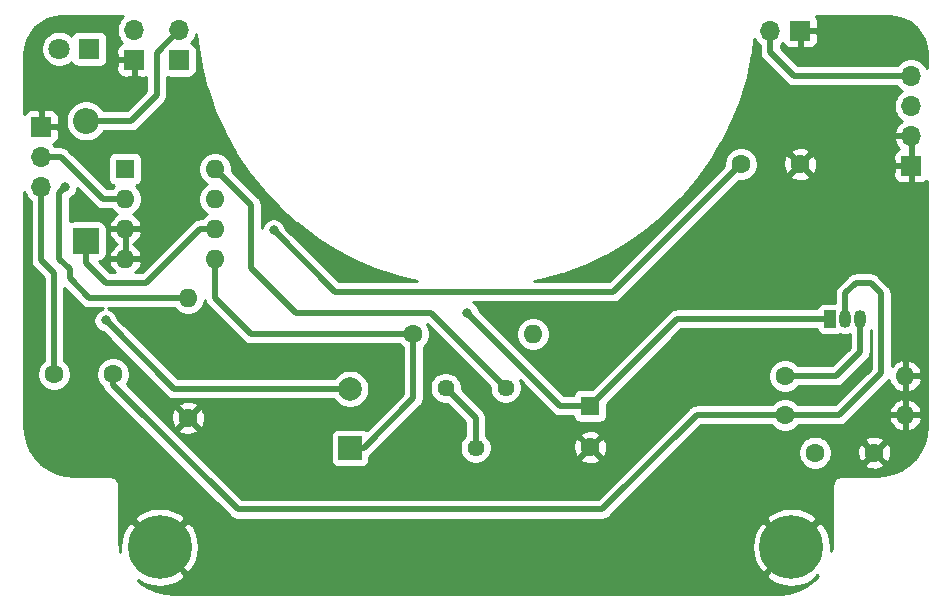
<source format=gbr>
G04 #@! TF.GenerationSoftware,KiCad,Pcbnew,(5.1.7)-1*
G04 #@! TF.CreationDate,2021-11-30T18:20:46-06:00*
G04 #@! TF.ProjectId,InternalAmpLM386,496e7465-726e-4616-9c41-6d704c4d3338,rev?*
G04 #@! TF.SameCoordinates,Original*
G04 #@! TF.FileFunction,Copper,L1,Top*
G04 #@! TF.FilePolarity,Positive*
%FSLAX46Y46*%
G04 Gerber Fmt 4.6, Leading zero omitted, Abs format (unit mm)*
G04 Created by KiCad (PCBNEW (5.1.7)-1) date 2021-11-30 18:20:46*
%MOMM*%
%LPD*%
G01*
G04 APERTURE LIST*
G04 #@! TA.AperFunction,ComponentPad*
%ADD10R,1.600000X1.600000*%
G04 #@! TD*
G04 #@! TA.AperFunction,ComponentPad*
%ADD11C,1.600000*%
G04 #@! TD*
G04 #@! TA.AperFunction,ComponentPad*
%ADD12R,2.000000X2.000000*%
G04 #@! TD*
G04 #@! TA.AperFunction,ComponentPad*
%ADD13C,2.000000*%
G04 #@! TD*
G04 #@! TA.AperFunction,ComponentPad*
%ADD14R,2.200000X2.200000*%
G04 #@! TD*
G04 #@! TA.AperFunction,ComponentPad*
%ADD15O,2.200000X2.200000*%
G04 #@! TD*
G04 #@! TA.AperFunction,ComponentPad*
%ADD16R,1.800000X1.800000*%
G04 #@! TD*
G04 #@! TA.AperFunction,ComponentPad*
%ADD17C,1.800000*%
G04 #@! TD*
G04 #@! TA.AperFunction,ComponentPad*
%ADD18C,5.400000*%
G04 #@! TD*
G04 #@! TA.AperFunction,ComponentPad*
%ADD19R,1.700000X1.700000*%
G04 #@! TD*
G04 #@! TA.AperFunction,ComponentPad*
%ADD20O,1.700000X1.700000*%
G04 #@! TD*
G04 #@! TA.AperFunction,ComponentPad*
%ADD21O,1.050000X1.500000*%
G04 #@! TD*
G04 #@! TA.AperFunction,ComponentPad*
%ADD22R,1.050000X1.500000*%
G04 #@! TD*
G04 #@! TA.AperFunction,ComponentPad*
%ADD23O,1.600000X1.600000*%
G04 #@! TD*
G04 #@! TA.AperFunction,ComponentPad*
%ADD24C,1.440000*%
G04 #@! TD*
G04 #@! TA.AperFunction,ViaPad*
%ADD25C,0.800000*%
G04 #@! TD*
G04 #@! TA.AperFunction,Conductor*
%ADD26C,0.500000*%
G04 #@! TD*
G04 #@! TA.AperFunction,Conductor*
%ADD27C,0.254000*%
G04 #@! TD*
G04 #@! TA.AperFunction,Conductor*
%ADD28C,0.100000*%
G04 #@! TD*
G04 APERTURE END LIST*
D10*
G04 #@! TO.P,C1,1*
G04 #@! TO.N,Net-(C1-Pad1)*
X139700000Y-113792000D03*
D11*
G04 #@! TO.P,C1,2*
G04 #@! TO.N,GND*
X139700000Y-117292000D03*
G04 #@! TD*
D12*
G04 #@! TO.P,C5,1*
G04 #@! TO.N,Net-(C5-Pad1)*
X119380000Y-117348000D03*
D13*
G04 #@! TO.P,C5,2*
G04 #@! TO.N,Net-(C5-Pad2)*
X119380000Y-112348000D03*
G04 #@! TD*
D14*
G04 #@! TO.P,D1,1*
G04 #@! TO.N,Net-(C1-Pad1)*
X97028000Y-99822000D03*
D15*
G04 #@! TO.P,D1,2*
G04 #@! TO.N,Net-(D1-Pad2)*
X97028000Y-89662000D03*
G04 #@! TD*
D16*
G04 #@! TO.P,D2,1*
G04 #@! TO.N,Net-(D2-Pad1)*
X97282000Y-83566000D03*
D17*
G04 #@! TO.P,D2,2*
G04 #@! TO.N,Net-(C1-Pad1)*
X94742000Y-83566000D03*
G04 #@! TD*
D18*
G04 #@! TO.P,H1,1*
G04 #@! TO.N,GND*
X103250000Y-125750000D03*
G04 #@! TD*
G04 #@! TO.P,H2,1*
G04 #@! TO.N,GND*
X156750000Y-125750000D03*
G04 #@! TD*
D19*
G04 #@! TO.P,J1,1*
G04 #@! TO.N,GND*
X166878000Y-93472000D03*
D20*
G04 #@! TO.P,J1,2*
X166878000Y-90932000D03*
G04 #@! TO.P,J1,3*
G04 #@! TO.N,Input*
X166878000Y-88392000D03*
G04 #@! TO.P,J1,4*
G04 #@! TO.N,9V*
X166878000Y-85852000D03*
G04 #@! TD*
D19*
G04 #@! TO.P,J2,1*
G04 #@! TO.N,GND*
X101092000Y-84500000D03*
D20*
G04 #@! TO.P,J2,2*
G04 #@! TO.N,Net-(C5-Pad2)*
X101092000Y-81960000D03*
G04 #@! TD*
G04 #@! TO.P,J3,2*
G04 #@! TO.N,9V*
X154940000Y-82042000D03*
D19*
G04 #@! TO.P,J3,1*
G04 #@! TO.N,GND*
X157480000Y-82042000D03*
G04 #@! TD*
D21*
G04 #@! TO.P,Q1,2*
G04 #@! TO.N,Net-(C2-Pad1)*
X161290000Y-106426000D03*
G04 #@! TO.P,Q1,3*
G04 #@! TO.N,Input*
X162560000Y-106426000D03*
D22*
G04 #@! TO.P,Q1,1*
G04 #@! TO.N,Net-(C1-Pad1)*
X160020000Y-106426000D03*
G04 #@! TD*
D23*
G04 #@! TO.P,R1,2*
G04 #@! TO.N,GND*
X166370000Y-111252000D03*
D11*
G04 #@! TO.P,R1,1*
G04 #@! TO.N,Input*
X156210000Y-111252000D03*
G04 #@! TD*
G04 #@! TO.P,R2,1*
G04 #@! TO.N,Net-(C2-Pad1)*
X156210000Y-114554000D03*
D23*
G04 #@! TO.P,R2,2*
G04 #@! TO.N,GND*
X166370000Y-114554000D03*
G04 #@! TD*
G04 #@! TO.P,R3,2*
G04 #@! TO.N,Net-(C4-Pad1)*
X134874000Y-107696000D03*
D11*
G04 #@! TO.P,R3,1*
G04 #@! TO.N,Net-(C5-Pad1)*
X124714000Y-107696000D03*
G04 #@! TD*
G04 #@! TO.P,R4,1*
G04 #@! TO.N,GND*
X105664000Y-114808000D03*
D23*
G04 #@! TO.P,R4,2*
G04 #@! TO.N,Net-(D2-Pad1)*
X105664000Y-104648000D03*
G04 #@! TD*
D19*
G04 #@! TO.P,RV1,1*
G04 #@! TO.N,GND*
X93218000Y-90170000D03*
D20*
G04 #@! TO.P,RV1,2*
G04 #@! TO.N,Net-(RV1-Pad2)*
X93218000Y-92710000D03*
G04 #@! TO.P,RV1,3*
G04 #@! TO.N,Net-(C2-Pad2)*
X93218000Y-95250000D03*
G04 #@! TD*
D24*
G04 #@! TO.P,RV2,3*
G04 #@! TO.N,Net-(RV2-Pad2)*
X127460000Y-112268000D03*
G04 #@! TO.P,RV2,2*
X130000000Y-117348000D03*
G04 #@! TO.P,RV2,1*
G04 #@! TO.N,Net-(RV2-Pad1)*
X132540000Y-112268000D03*
G04 #@! TD*
D19*
G04 #@! TO.P,SW1,1*
G04 #@! TO.N,9V*
X104902000Y-84500000D03*
D20*
G04 #@! TO.P,SW1,2*
G04 #@! TO.N,Net-(D1-Pad2)*
X104902000Y-81960000D03*
G04 #@! TD*
D10*
G04 #@! TO.P,U1,1*
G04 #@! TO.N,Net-(RV2-Pad2)*
X100330000Y-93726000D03*
D23*
G04 #@! TO.P,U1,5*
G04 #@! TO.N,Net-(C5-Pad1)*
X107950000Y-101346000D03*
G04 #@! TO.P,U1,2*
G04 #@! TO.N,Net-(RV1-Pad2)*
X100330000Y-96266000D03*
G04 #@! TO.P,U1,6*
G04 #@! TO.N,Net-(C1-Pad1)*
X107950000Y-98806000D03*
G04 #@! TO.P,U1,3*
G04 #@! TO.N,GND*
X100330000Y-98806000D03*
G04 #@! TO.P,U1,7*
G04 #@! TO.N,Net-(C3-Pad2)*
X107950000Y-96266000D03*
G04 #@! TO.P,U1,4*
G04 #@! TO.N,GND*
X100330000Y-101346000D03*
G04 #@! TO.P,U1,8*
G04 #@! TO.N,Net-(RV2-Pad1)*
X107950000Y-93726000D03*
G04 #@! TD*
D11*
G04 #@! TO.P,C2,1*
G04 #@! TO.N,Net-(C2-Pad1)*
X99314000Y-111106000D03*
G04 #@! TO.P,C2,2*
G04 #@! TO.N,Net-(C2-Pad2)*
X94314000Y-111106000D03*
G04 #@! TD*
G04 #@! TO.P,C3,2*
G04 #@! TO.N,Net-(C3-Pad2)*
X152480000Y-93326000D03*
G04 #@! TO.P,C3,1*
G04 #@! TO.N,GND*
X157480000Y-93326000D03*
G04 #@! TD*
G04 #@! TO.P,C4,1*
G04 #@! TO.N,Net-(C4-Pad1)*
X158750000Y-117748000D03*
G04 #@! TO.P,C4,2*
G04 #@! TO.N,GND*
X163750000Y-117748000D03*
G04 #@! TD*
D25*
G04 #@! TO.N,Net-(C1-Pad1)*
X129286000Y-105918000D03*
G04 #@! TO.N,Net-(C5-Pad2)*
X98679000Y-106553000D03*
G04 #@! TO.N,Net-(D2-Pad1)*
X95250000Y-95250000D03*
G04 #@! TO.N,Net-(C3-Pad2)*
X112903000Y-98933000D03*
G04 #@! TD*
D26*
G04 #@! TO.N,Net-(C1-Pad1)*
X107950000Y-98806000D02*
X106680000Y-98806000D01*
X106680000Y-98806000D02*
X102108000Y-103378000D01*
X102108000Y-103378000D02*
X98679000Y-103378000D01*
X97028000Y-101727000D02*
X97028000Y-99822000D01*
X98679000Y-103378000D02*
X97028000Y-101727000D01*
X147066000Y-106426000D02*
X139700000Y-113792000D01*
X160020000Y-106426000D02*
X147066000Y-106426000D01*
X137160000Y-113792000D02*
X129286000Y-105918000D01*
X139700000Y-113792000D02*
X137160000Y-113792000D01*
G04 #@! TO.N,Net-(C5-Pad1)*
X119380000Y-117348000D02*
X120523000Y-117348000D01*
X124714000Y-113157000D02*
X124714000Y-107696000D01*
X120523000Y-117348000D02*
X124714000Y-113157000D01*
X124714000Y-107696000D02*
X110998000Y-107696000D01*
X107950000Y-104648000D02*
X107950000Y-101346000D01*
X110998000Y-107696000D02*
X107950000Y-104648000D01*
G04 #@! TO.N,Net-(C5-Pad2)*
X104474000Y-112348000D02*
X98679000Y-106553000D01*
X119380000Y-112348000D02*
X104474000Y-112348000D01*
G04 #@! TO.N,Net-(D1-Pad2)*
X97028000Y-89662000D02*
X100838000Y-89662000D01*
X100838000Y-89662000D02*
X102997000Y-87503000D01*
X104902000Y-81989998D02*
X104902000Y-81960000D01*
X102997000Y-83894998D02*
X104902000Y-81989998D01*
X102997000Y-87503000D02*
X102997000Y-83894998D01*
G04 #@! TO.N,Net-(D2-Pad1)*
X105664000Y-104648000D02*
X97282000Y-104648000D01*
X97282000Y-104648000D02*
X95631000Y-102997000D01*
X95631000Y-102997000D02*
X95631000Y-102235000D01*
X95631000Y-102235000D02*
X94742000Y-101346000D01*
X94742000Y-95758000D02*
X95250000Y-95250000D01*
X94742000Y-101346000D02*
X94742000Y-95758000D01*
G04 #@! TO.N,Input*
X156210000Y-111252000D02*
X160528000Y-111252000D01*
X162560000Y-109220000D02*
X162560000Y-106426000D01*
X160528000Y-111252000D02*
X162560000Y-109220000D01*
G04 #@! TO.N,9V*
X166878000Y-85852000D02*
X156972000Y-85852000D01*
X154940000Y-83820000D02*
X154940000Y-82042000D01*
X156972000Y-85852000D02*
X154940000Y-83820000D01*
G04 #@! TO.N,Net-(C2-Pad1)*
X156210000Y-114554000D02*
X160782000Y-114554000D01*
X160782000Y-114554000D02*
X164338000Y-110998000D01*
X164338000Y-110998000D02*
X164338000Y-104267000D01*
X164338000Y-104267000D02*
X163449000Y-103378000D01*
X163449000Y-103378000D02*
X162179000Y-103378000D01*
X161290000Y-104267000D02*
X161290000Y-106426000D01*
X162179000Y-103378000D02*
X161290000Y-104267000D01*
X156210000Y-114554000D02*
X148717000Y-114554000D01*
X148717000Y-114554000D02*
X140716000Y-122555000D01*
X140716000Y-122555000D02*
X109855000Y-122555000D01*
X99314000Y-112014000D02*
X99314000Y-111106000D01*
X109855000Y-122555000D02*
X99314000Y-112014000D01*
G04 #@! TO.N,Net-(RV1-Pad2)*
X93218000Y-92710000D02*
X94869000Y-92710000D01*
X98425000Y-96266000D02*
X100330000Y-96266000D01*
X94869000Y-92710000D02*
X98425000Y-96266000D01*
G04 #@! TO.N,Net-(C2-Pad2)*
X94314000Y-111106000D02*
X94314000Y-102569000D01*
X93218000Y-101473000D02*
X93218000Y-95250000D01*
X94314000Y-102569000D02*
X93218000Y-101473000D01*
G04 #@! TO.N,Net-(RV2-Pad2)*
X130000000Y-114808000D02*
X127460000Y-112268000D01*
X130000000Y-117348000D02*
X130000000Y-114808000D01*
G04 #@! TO.N,Net-(RV2-Pad1)*
X107950000Y-93726000D02*
X110998000Y-96774000D01*
X110998000Y-96774000D02*
X110998000Y-102108000D01*
X110998000Y-102108000D02*
X114808000Y-105918000D01*
X126190000Y-105918000D02*
X132540000Y-112268000D01*
X114808000Y-105918000D02*
X126190000Y-105918000D01*
G04 #@! TO.N,Net-(C3-Pad2)*
X152480000Y-93326000D02*
X141666000Y-104140000D01*
X118110000Y-104140000D02*
X112903000Y-98933000D01*
X141666000Y-104140000D02*
X118110000Y-104140000D01*
G04 #@! TD*
D27*
G04 #@! TO.N,GND*
X153624010Y-82745411D02*
X153786525Y-82988632D01*
X153993368Y-83195475D01*
X154055000Y-83236656D01*
X154055000Y-83776531D01*
X154050719Y-83820000D01*
X154055000Y-83863469D01*
X154055000Y-83863476D01*
X154064885Y-83963842D01*
X154067805Y-83993490D01*
X154073078Y-84010873D01*
X154118411Y-84160312D01*
X154200589Y-84314058D01*
X154311183Y-84448817D01*
X154344956Y-84476534D01*
X156315470Y-86447049D01*
X156343183Y-86480817D01*
X156376951Y-86508530D01*
X156376953Y-86508532D01*
X156426684Y-86549345D01*
X156477941Y-86591411D01*
X156631687Y-86673589D01*
X156747903Y-86708843D01*
X156798509Y-86724195D01*
X156813306Y-86725652D01*
X156928523Y-86737000D01*
X156928531Y-86737000D01*
X156972000Y-86741281D01*
X157015469Y-86737000D01*
X165683344Y-86737000D01*
X165724525Y-86798632D01*
X165931368Y-87005475D01*
X166105760Y-87122000D01*
X165931368Y-87238525D01*
X165724525Y-87445368D01*
X165562010Y-87688589D01*
X165450068Y-87958842D01*
X165393000Y-88245740D01*
X165393000Y-88538260D01*
X165450068Y-88825158D01*
X165562010Y-89095411D01*
X165724525Y-89338632D01*
X165931368Y-89545475D01*
X166113534Y-89667195D01*
X165996645Y-89736822D01*
X165780412Y-89931731D01*
X165606359Y-90165080D01*
X165481175Y-90427901D01*
X165436524Y-90575110D01*
X165557845Y-90805000D01*
X166751000Y-90805000D01*
X166751000Y-90785000D01*
X167005000Y-90785000D01*
X167005000Y-90805000D01*
X167025000Y-90805000D01*
X167025000Y-91059000D01*
X167005000Y-91059000D01*
X167005000Y-93345000D01*
X167025000Y-93345000D01*
X167025000Y-93599000D01*
X167005000Y-93599000D01*
X167005000Y-94798250D01*
X167163750Y-94957000D01*
X167728000Y-94960072D01*
X167852482Y-94947812D01*
X167972180Y-94911502D01*
X168082494Y-94852537D01*
X168179185Y-94773185D01*
X168215000Y-94729544D01*
X168215001Y-115465031D01*
X168145314Y-116245857D01*
X167947718Y-116968148D01*
X167625345Y-117644017D01*
X167188371Y-118252130D01*
X166650620Y-118773247D01*
X166029091Y-119190897D01*
X165343414Y-119491888D01*
X164609248Y-119668146D01*
X163971214Y-119715000D01*
X161038560Y-119715000D01*
X161000000Y-119711202D01*
X160961439Y-119715000D01*
X160846113Y-119726359D01*
X160698140Y-119771246D01*
X160561767Y-119844138D01*
X160442236Y-119942236D01*
X160344138Y-120061767D01*
X160271246Y-120198140D01*
X160226359Y-120346113D01*
X160211202Y-120500000D01*
X160215000Y-120538561D01*
X160215001Y-124966747D01*
X160144812Y-125793952D01*
X160067424Y-126092114D01*
X160101134Y-125754569D01*
X160037634Y-125100707D01*
X159847792Y-124471797D01*
X159538904Y-123892008D01*
X159533828Y-123884411D01*
X159095374Y-123584231D01*
X156929605Y-125750000D01*
X156943748Y-125764143D01*
X156764143Y-125943748D01*
X156750000Y-125929605D01*
X154584231Y-128095374D01*
X154884411Y-128533828D01*
X155463356Y-128844296D01*
X156091746Y-129035852D01*
X156745431Y-129101134D01*
X157399293Y-129037634D01*
X158028203Y-128847792D01*
X158607992Y-128538904D01*
X158615589Y-128533828D01*
X158915768Y-128095376D01*
X158977426Y-128157034D01*
X158622384Y-128529213D01*
X157983107Y-129004849D01*
X157272840Y-129365967D01*
X156511875Y-129602254D01*
X155698083Y-129710114D01*
X155490755Y-129715000D01*
X104533241Y-129715000D01*
X103706048Y-129644812D01*
X102934797Y-129444635D01*
X102208297Y-129117370D01*
X101547334Y-128672383D01*
X101424790Y-128555482D01*
X101963356Y-128844296D01*
X102591746Y-129035852D01*
X103245431Y-129101134D01*
X103899293Y-129037634D01*
X104528203Y-128847792D01*
X105107992Y-128538904D01*
X105115589Y-128533828D01*
X105415769Y-128095374D01*
X103250000Y-125929605D01*
X103235858Y-125943748D01*
X103056253Y-125764143D01*
X103070395Y-125750000D01*
X103429605Y-125750000D01*
X105595374Y-127915769D01*
X106033828Y-127615589D01*
X106344296Y-127036644D01*
X106535852Y-126408254D01*
X106601134Y-125754569D01*
X106600247Y-125745431D01*
X153398866Y-125745431D01*
X153462366Y-126399293D01*
X153652208Y-127028203D01*
X153961096Y-127607992D01*
X153966172Y-127615589D01*
X154404626Y-127915769D01*
X156570395Y-125750000D01*
X154404626Y-123584231D01*
X153966172Y-123884411D01*
X153655704Y-124463356D01*
X153464148Y-125091746D01*
X153398866Y-125745431D01*
X106600247Y-125745431D01*
X106537634Y-125100707D01*
X106347792Y-124471797D01*
X106038904Y-123892008D01*
X106033828Y-123884411D01*
X105595374Y-123584231D01*
X103429605Y-125750000D01*
X103070395Y-125750000D01*
X100904626Y-123584231D01*
X100466172Y-123884411D01*
X100155704Y-124463356D01*
X99964148Y-125091746D01*
X99898866Y-125745431D01*
X99937028Y-126138382D01*
X99897746Y-126011875D01*
X99789886Y-125198083D01*
X99785000Y-124990755D01*
X99785000Y-123404626D01*
X101084231Y-123404626D01*
X103250000Y-125570395D01*
X105415769Y-123404626D01*
X105115589Y-122966172D01*
X104536644Y-122655704D01*
X103908254Y-122464148D01*
X103254569Y-122398866D01*
X102600707Y-122462366D01*
X101971797Y-122652208D01*
X101392008Y-122961096D01*
X101384411Y-122966172D01*
X101084231Y-123404626D01*
X99785000Y-123404626D01*
X99785000Y-120538561D01*
X99788798Y-120500000D01*
X99773641Y-120346113D01*
X99728754Y-120198140D01*
X99655862Y-120061767D01*
X99557764Y-119942236D01*
X99438233Y-119844138D01*
X99301860Y-119771246D01*
X99153887Y-119726359D01*
X99038561Y-119715000D01*
X99038560Y-119715000D01*
X99000000Y-119711202D01*
X98961439Y-119715000D01*
X96034958Y-119715000D01*
X95254143Y-119645314D01*
X94531852Y-119447718D01*
X93855983Y-119125345D01*
X93247870Y-118688371D01*
X92726753Y-118150620D01*
X92309103Y-117529091D01*
X92008112Y-116843414D01*
X91831854Y-116109248D01*
X91785000Y-115471214D01*
X91785000Y-95657680D01*
X91790068Y-95683158D01*
X91902010Y-95953411D01*
X92064525Y-96196632D01*
X92271368Y-96403475D01*
X92333001Y-96444657D01*
X92333000Y-101429531D01*
X92328719Y-101473000D01*
X92333000Y-101516469D01*
X92333000Y-101516476D01*
X92340682Y-101594473D01*
X92345805Y-101646490D01*
X92351197Y-101664263D01*
X92396411Y-101813312D01*
X92478589Y-101967058D01*
X92589183Y-102101817D01*
X92622956Y-102129534D01*
X93429001Y-102935580D01*
X93429000Y-109971479D01*
X93399241Y-109991363D01*
X93199363Y-110191241D01*
X93042320Y-110426273D01*
X92934147Y-110687426D01*
X92879000Y-110964665D01*
X92879000Y-111247335D01*
X92934147Y-111524574D01*
X93042320Y-111785727D01*
X93199363Y-112020759D01*
X93399241Y-112220637D01*
X93634273Y-112377680D01*
X93895426Y-112485853D01*
X94172665Y-112541000D01*
X94455335Y-112541000D01*
X94732574Y-112485853D01*
X94993727Y-112377680D01*
X95228759Y-112220637D01*
X95428637Y-112020759D01*
X95585680Y-111785727D01*
X95693853Y-111524574D01*
X95749000Y-111247335D01*
X95749000Y-110964665D01*
X95693853Y-110687426D01*
X95585680Y-110426273D01*
X95428637Y-110191241D01*
X95228759Y-109991363D01*
X95199000Y-109971479D01*
X95199000Y-103816578D01*
X96625470Y-105243049D01*
X96653183Y-105276817D01*
X96686951Y-105304530D01*
X96686953Y-105304532D01*
X96787941Y-105387411D01*
X96941686Y-105469589D01*
X97101274Y-105518000D01*
X97108510Y-105520195D01*
X97238523Y-105533000D01*
X97238531Y-105533000D01*
X97282000Y-105537281D01*
X97325469Y-105533000D01*
X98501650Y-105533000D01*
X98377102Y-105557774D01*
X98188744Y-105635795D01*
X98019226Y-105749063D01*
X97875063Y-105893226D01*
X97761795Y-106062744D01*
X97683774Y-106251102D01*
X97644000Y-106451061D01*
X97644000Y-106654939D01*
X97683774Y-106854898D01*
X97761795Y-107043256D01*
X97875063Y-107212774D01*
X98019226Y-107356937D01*
X98188744Y-107470205D01*
X98377102Y-107548226D01*
X98433957Y-107559535D01*
X103817470Y-112943049D01*
X103845183Y-112976817D01*
X103878951Y-113004530D01*
X103878953Y-113004532D01*
X103979941Y-113087411D01*
X104133686Y-113169589D01*
X104235506Y-113200476D01*
X104300510Y-113220195D01*
X104430523Y-113233000D01*
X104430531Y-113233000D01*
X104474000Y-113237281D01*
X104517469Y-113233000D01*
X118004941Y-113233000D01*
X118110013Y-113390252D01*
X118337748Y-113617987D01*
X118605537Y-113796918D01*
X118903088Y-113920168D01*
X119218967Y-113983000D01*
X119541033Y-113983000D01*
X119856912Y-113920168D01*
X120154463Y-113796918D01*
X120422252Y-113617987D01*
X120649987Y-113390252D01*
X120828918Y-113122463D01*
X120952168Y-112824912D01*
X121015000Y-112509033D01*
X121015000Y-112186967D01*
X120952168Y-111871088D01*
X120828918Y-111573537D01*
X120649987Y-111305748D01*
X120422252Y-111078013D01*
X120154463Y-110899082D01*
X119856912Y-110775832D01*
X119541033Y-110713000D01*
X119218967Y-110713000D01*
X118903088Y-110775832D01*
X118605537Y-110899082D01*
X118337748Y-111078013D01*
X118110013Y-111305748D01*
X118004941Y-111463000D01*
X104840579Y-111463000D01*
X99685535Y-106307957D01*
X99674226Y-106251102D01*
X99596205Y-106062744D01*
X99482937Y-105893226D01*
X99338774Y-105749063D01*
X99169256Y-105635795D01*
X98980898Y-105557774D01*
X98856350Y-105533000D01*
X104529479Y-105533000D01*
X104549363Y-105562759D01*
X104749241Y-105762637D01*
X104984273Y-105919680D01*
X105245426Y-106027853D01*
X105522665Y-106083000D01*
X105805335Y-106083000D01*
X106082574Y-106027853D01*
X106343727Y-105919680D01*
X106578759Y-105762637D01*
X106778637Y-105562759D01*
X106935680Y-105327727D01*
X107043853Y-105066574D01*
X107086743Y-104850954D01*
X107128411Y-104988312D01*
X107210589Y-105142058D01*
X107321183Y-105276817D01*
X107354954Y-105304532D01*
X110341470Y-108291049D01*
X110369183Y-108324817D01*
X110402951Y-108352530D01*
X110402953Y-108352532D01*
X110431216Y-108375727D01*
X110503941Y-108435411D01*
X110657687Y-108517589D01*
X110773903Y-108552843D01*
X110824509Y-108568195D01*
X110839306Y-108569652D01*
X110954523Y-108581000D01*
X110954531Y-108581000D01*
X110998000Y-108585281D01*
X111041469Y-108581000D01*
X123579479Y-108581000D01*
X123599363Y-108610759D01*
X123799241Y-108810637D01*
X123829001Y-108830522D01*
X123829000Y-112790421D01*
X120771549Y-115847873D01*
X120734494Y-115817463D01*
X120624180Y-115758498D01*
X120504482Y-115722188D01*
X120380000Y-115709928D01*
X118380000Y-115709928D01*
X118255518Y-115722188D01*
X118135820Y-115758498D01*
X118025506Y-115817463D01*
X117928815Y-115896815D01*
X117849463Y-115993506D01*
X117790498Y-116103820D01*
X117754188Y-116223518D01*
X117741928Y-116348000D01*
X117741928Y-118348000D01*
X117754188Y-118472482D01*
X117790498Y-118592180D01*
X117849463Y-118702494D01*
X117928815Y-118799185D01*
X118025506Y-118878537D01*
X118135820Y-118937502D01*
X118255518Y-118973812D01*
X118380000Y-118986072D01*
X120380000Y-118986072D01*
X120504482Y-118973812D01*
X120624180Y-118937502D01*
X120734494Y-118878537D01*
X120831185Y-118799185D01*
X120910537Y-118702494D01*
X120969502Y-118592180D01*
X121005812Y-118472482D01*
X121018072Y-118348000D01*
X121018072Y-118086580D01*
X121151817Y-117976817D01*
X121179534Y-117943044D01*
X125309050Y-113813528D01*
X125342817Y-113785817D01*
X125453411Y-113651059D01*
X125535589Y-113497313D01*
X125586195Y-113330490D01*
X125599000Y-113200477D01*
X125599000Y-113200467D01*
X125603281Y-113157001D01*
X125599000Y-113113534D01*
X125599000Y-112134544D01*
X126105000Y-112134544D01*
X126105000Y-112401456D01*
X126157072Y-112663239D01*
X126259215Y-112909833D01*
X126407503Y-113131762D01*
X126596238Y-113320497D01*
X126818167Y-113468785D01*
X127064761Y-113570928D01*
X127326544Y-113623000D01*
X127563422Y-113623000D01*
X129115001Y-115174580D01*
X129115000Y-116316741D01*
X128947503Y-116484238D01*
X128799215Y-116706167D01*
X128697072Y-116952761D01*
X128645000Y-117214544D01*
X128645000Y-117481456D01*
X128697072Y-117743239D01*
X128799215Y-117989833D01*
X128947503Y-118211762D01*
X129136238Y-118400497D01*
X129358167Y-118548785D01*
X129604761Y-118650928D01*
X129866544Y-118703000D01*
X130133456Y-118703000D01*
X130395239Y-118650928D01*
X130641833Y-118548785D01*
X130863762Y-118400497D01*
X130979557Y-118284702D01*
X138886903Y-118284702D01*
X138958486Y-118528671D01*
X139213996Y-118649571D01*
X139488184Y-118718300D01*
X139770512Y-118732217D01*
X140050130Y-118690787D01*
X140316292Y-118595603D01*
X140441514Y-118528671D01*
X140513097Y-118284702D01*
X139700000Y-117471605D01*
X138886903Y-118284702D01*
X130979557Y-118284702D01*
X131052497Y-118211762D01*
X131200785Y-117989833D01*
X131302928Y-117743239D01*
X131355000Y-117481456D01*
X131355000Y-117362512D01*
X138259783Y-117362512D01*
X138301213Y-117642130D01*
X138396397Y-117908292D01*
X138463329Y-118033514D01*
X138707298Y-118105097D01*
X139520395Y-117292000D01*
X139879605Y-117292000D01*
X140692702Y-118105097D01*
X140936671Y-118033514D01*
X141057571Y-117778004D01*
X141126300Y-117503816D01*
X141140217Y-117221488D01*
X141098787Y-116941870D01*
X141003603Y-116675708D01*
X140936671Y-116550486D01*
X140692702Y-116478903D01*
X139879605Y-117292000D01*
X139520395Y-117292000D01*
X138707298Y-116478903D01*
X138463329Y-116550486D01*
X138342429Y-116805996D01*
X138273700Y-117080184D01*
X138259783Y-117362512D01*
X131355000Y-117362512D01*
X131355000Y-117214544D01*
X131302928Y-116952761D01*
X131200785Y-116706167D01*
X131052497Y-116484238D01*
X130885000Y-116316741D01*
X130885000Y-116299298D01*
X138886903Y-116299298D01*
X139700000Y-117112395D01*
X140513097Y-116299298D01*
X140441514Y-116055329D01*
X140186004Y-115934429D01*
X139911816Y-115865700D01*
X139629488Y-115851783D01*
X139349870Y-115893213D01*
X139083708Y-115988397D01*
X138958486Y-116055329D01*
X138886903Y-116299298D01*
X130885000Y-116299298D01*
X130885000Y-114851465D01*
X130889281Y-114807999D01*
X130885000Y-114764533D01*
X130885000Y-114764523D01*
X130872195Y-114634510D01*
X130821589Y-114467687D01*
X130739411Y-114313941D01*
X130628817Y-114179183D01*
X130595049Y-114151470D01*
X128815000Y-112371422D01*
X128815000Y-112134544D01*
X128762928Y-111872761D01*
X128660785Y-111626167D01*
X128512497Y-111404238D01*
X128323762Y-111215503D01*
X128101833Y-111067215D01*
X127855239Y-110965072D01*
X127593456Y-110913000D01*
X127326544Y-110913000D01*
X127064761Y-110965072D01*
X126818167Y-111067215D01*
X126596238Y-111215503D01*
X126407503Y-111404238D01*
X126259215Y-111626167D01*
X126157072Y-111872761D01*
X126105000Y-112134544D01*
X125599000Y-112134544D01*
X125599000Y-108830521D01*
X125628759Y-108810637D01*
X125828637Y-108610759D01*
X125985680Y-108375727D01*
X126093853Y-108114574D01*
X126149000Y-107837335D01*
X126149000Y-107554665D01*
X126093853Y-107277426D01*
X125985680Y-107016273D01*
X125882953Y-106862532D01*
X131185000Y-112164579D01*
X131185000Y-112401456D01*
X131237072Y-112663239D01*
X131339215Y-112909833D01*
X131487503Y-113131762D01*
X131676238Y-113320497D01*
X131898167Y-113468785D01*
X132144761Y-113570928D01*
X132406544Y-113623000D01*
X132673456Y-113623000D01*
X132935239Y-113570928D01*
X133181833Y-113468785D01*
X133403762Y-113320497D01*
X133592497Y-113131762D01*
X133740785Y-112909833D01*
X133842928Y-112663239D01*
X133895000Y-112401456D01*
X133895000Y-112134544D01*
X133842928Y-111872761D01*
X133740785Y-111626167D01*
X133737154Y-111620732D01*
X136503470Y-114387049D01*
X136531183Y-114420817D01*
X136564951Y-114448530D01*
X136564953Y-114448532D01*
X136665941Y-114531411D01*
X136819686Y-114613589D01*
X136888653Y-114634510D01*
X136986510Y-114664195D01*
X137116523Y-114677000D01*
X137116531Y-114677000D01*
X137160000Y-114681281D01*
X137203469Y-114677000D01*
X138270299Y-114677000D01*
X138274188Y-114716482D01*
X138310498Y-114836180D01*
X138369463Y-114946494D01*
X138448815Y-115043185D01*
X138545506Y-115122537D01*
X138655820Y-115181502D01*
X138775518Y-115217812D01*
X138900000Y-115230072D01*
X140500000Y-115230072D01*
X140624482Y-115217812D01*
X140744180Y-115181502D01*
X140854494Y-115122537D01*
X140951185Y-115043185D01*
X141030537Y-114946494D01*
X141089502Y-114836180D01*
X141125812Y-114716482D01*
X141138072Y-114592000D01*
X141138072Y-113605506D01*
X147432579Y-107311000D01*
X158872379Y-107311000D01*
X158905498Y-107420180D01*
X158964463Y-107530494D01*
X159043815Y-107627185D01*
X159140506Y-107706537D01*
X159250820Y-107765502D01*
X159370518Y-107801812D01*
X159495000Y-107814072D01*
X160545000Y-107814072D01*
X160669482Y-107801812D01*
X160789180Y-107765502D01*
X160853902Y-107730907D01*
X161062601Y-107794215D01*
X161290000Y-107816612D01*
X161517400Y-107794215D01*
X161675001Y-107746407D01*
X161675000Y-108853421D01*
X160161422Y-110367000D01*
X157344521Y-110367000D01*
X157324637Y-110337241D01*
X157124759Y-110137363D01*
X156889727Y-109980320D01*
X156628574Y-109872147D01*
X156351335Y-109817000D01*
X156068665Y-109817000D01*
X155791426Y-109872147D01*
X155530273Y-109980320D01*
X155295241Y-110137363D01*
X155095363Y-110337241D01*
X154938320Y-110572273D01*
X154830147Y-110833426D01*
X154775000Y-111110665D01*
X154775000Y-111393335D01*
X154830147Y-111670574D01*
X154938320Y-111931727D01*
X155095363Y-112166759D01*
X155295241Y-112366637D01*
X155530273Y-112523680D01*
X155791426Y-112631853D01*
X156068665Y-112687000D01*
X156351335Y-112687000D01*
X156628574Y-112631853D01*
X156889727Y-112523680D01*
X157124759Y-112366637D01*
X157324637Y-112166759D01*
X157344521Y-112137000D01*
X160484531Y-112137000D01*
X160528000Y-112141281D01*
X160571469Y-112137000D01*
X160571477Y-112137000D01*
X160701490Y-112124195D01*
X160868313Y-112073589D01*
X161022059Y-111991411D01*
X161156817Y-111880817D01*
X161184534Y-111847044D01*
X163155050Y-109876529D01*
X163188817Y-109848817D01*
X163299411Y-109714059D01*
X163381589Y-109560313D01*
X163432195Y-109393490D01*
X163445000Y-109263477D01*
X163445000Y-109263469D01*
X163449281Y-109220000D01*
X163445000Y-109176531D01*
X163445000Y-107401142D01*
X163453001Y-107391393D01*
X163453000Y-110631421D01*
X160415422Y-113669000D01*
X157344521Y-113669000D01*
X157324637Y-113639241D01*
X157124759Y-113439363D01*
X156889727Y-113282320D01*
X156628574Y-113174147D01*
X156351335Y-113119000D01*
X156068665Y-113119000D01*
X155791426Y-113174147D01*
X155530273Y-113282320D01*
X155295241Y-113439363D01*
X155095363Y-113639241D01*
X155075479Y-113669000D01*
X148760469Y-113669000D01*
X148717000Y-113664719D01*
X148673531Y-113669000D01*
X148673523Y-113669000D01*
X148543510Y-113681805D01*
X148376687Y-113732411D01*
X148222941Y-113814589D01*
X148121953Y-113897468D01*
X148121951Y-113897470D01*
X148088183Y-113925183D01*
X148060470Y-113958951D01*
X140349422Y-121670000D01*
X110221579Y-121670000D01*
X104352281Y-115800702D01*
X104850903Y-115800702D01*
X104922486Y-116044671D01*
X105177996Y-116165571D01*
X105452184Y-116234300D01*
X105734512Y-116248217D01*
X106014130Y-116206787D01*
X106280292Y-116111603D01*
X106405514Y-116044671D01*
X106477097Y-115800702D01*
X105664000Y-114987605D01*
X104850903Y-115800702D01*
X104352281Y-115800702D01*
X103430091Y-114878512D01*
X104223783Y-114878512D01*
X104265213Y-115158130D01*
X104360397Y-115424292D01*
X104427329Y-115549514D01*
X104671298Y-115621097D01*
X105484395Y-114808000D01*
X105843605Y-114808000D01*
X106656702Y-115621097D01*
X106900671Y-115549514D01*
X107021571Y-115294004D01*
X107090300Y-115019816D01*
X107104217Y-114737488D01*
X107062787Y-114457870D01*
X106967603Y-114191708D01*
X106900671Y-114066486D01*
X106656702Y-113994903D01*
X105843605Y-114808000D01*
X105484395Y-114808000D01*
X104671298Y-113994903D01*
X104427329Y-114066486D01*
X104306429Y-114321996D01*
X104237700Y-114596184D01*
X104223783Y-114878512D01*
X103430091Y-114878512D01*
X102366877Y-113815298D01*
X104850903Y-113815298D01*
X105664000Y-114628395D01*
X106477097Y-113815298D01*
X106405514Y-113571329D01*
X106150004Y-113450429D01*
X105875816Y-113381700D01*
X105593488Y-113367783D01*
X105313870Y-113409213D01*
X105047708Y-113504397D01*
X104922486Y-113571329D01*
X104850903Y-113815298D01*
X102366877Y-113815298D01*
X100486195Y-111934617D01*
X100585680Y-111785727D01*
X100693853Y-111524574D01*
X100749000Y-111247335D01*
X100749000Y-110964665D01*
X100693853Y-110687426D01*
X100585680Y-110426273D01*
X100428637Y-110191241D01*
X100228759Y-109991363D01*
X99993727Y-109834320D01*
X99732574Y-109726147D01*
X99455335Y-109671000D01*
X99172665Y-109671000D01*
X98895426Y-109726147D01*
X98634273Y-109834320D01*
X98399241Y-109991363D01*
X98199363Y-110191241D01*
X98042320Y-110426273D01*
X97934147Y-110687426D01*
X97879000Y-110964665D01*
X97879000Y-111247335D01*
X97934147Y-111524574D01*
X98042320Y-111785727D01*
X98199363Y-112020759D01*
X98399241Y-112220637D01*
X98465237Y-112264734D01*
X98492411Y-112354312D01*
X98574589Y-112508058D01*
X98685183Y-112642817D01*
X98718956Y-112670534D01*
X109198470Y-123150049D01*
X109226183Y-123183817D01*
X109259951Y-123211530D01*
X109259953Y-123211532D01*
X109331452Y-123270210D01*
X109360941Y-123294411D01*
X109514687Y-123376589D01*
X109681510Y-123427195D01*
X109811523Y-123440000D01*
X109811533Y-123440000D01*
X109854999Y-123444281D01*
X109898465Y-123440000D01*
X140672531Y-123440000D01*
X140716000Y-123444281D01*
X140759469Y-123440000D01*
X140759477Y-123440000D01*
X140889490Y-123427195D01*
X140963888Y-123404626D01*
X154584231Y-123404626D01*
X156750000Y-125570395D01*
X158915769Y-123404626D01*
X158615589Y-122966172D01*
X158036644Y-122655704D01*
X157408254Y-122464148D01*
X156754569Y-122398866D01*
X156100707Y-122462366D01*
X155471797Y-122652208D01*
X154892008Y-122961096D01*
X154884411Y-122966172D01*
X154584231Y-123404626D01*
X140963888Y-123404626D01*
X141056313Y-123376589D01*
X141210059Y-123294411D01*
X141344817Y-123183817D01*
X141372534Y-123150044D01*
X146915913Y-117606665D01*
X157315000Y-117606665D01*
X157315000Y-117889335D01*
X157370147Y-118166574D01*
X157478320Y-118427727D01*
X157635363Y-118662759D01*
X157835241Y-118862637D01*
X158070273Y-119019680D01*
X158331426Y-119127853D01*
X158608665Y-119183000D01*
X158891335Y-119183000D01*
X159168574Y-119127853D01*
X159429727Y-119019680D01*
X159664759Y-118862637D01*
X159786694Y-118740702D01*
X162936903Y-118740702D01*
X163008486Y-118984671D01*
X163263996Y-119105571D01*
X163538184Y-119174300D01*
X163820512Y-119188217D01*
X164100130Y-119146787D01*
X164366292Y-119051603D01*
X164491514Y-118984671D01*
X164563097Y-118740702D01*
X163750000Y-117927605D01*
X162936903Y-118740702D01*
X159786694Y-118740702D01*
X159864637Y-118662759D01*
X160021680Y-118427727D01*
X160129853Y-118166574D01*
X160185000Y-117889335D01*
X160185000Y-117818512D01*
X162309783Y-117818512D01*
X162351213Y-118098130D01*
X162446397Y-118364292D01*
X162513329Y-118489514D01*
X162757298Y-118561097D01*
X163570395Y-117748000D01*
X163929605Y-117748000D01*
X164742702Y-118561097D01*
X164986671Y-118489514D01*
X165107571Y-118234004D01*
X165176300Y-117959816D01*
X165190217Y-117677488D01*
X165148787Y-117397870D01*
X165053603Y-117131708D01*
X164986671Y-117006486D01*
X164742702Y-116934903D01*
X163929605Y-117748000D01*
X163570395Y-117748000D01*
X162757298Y-116934903D01*
X162513329Y-117006486D01*
X162392429Y-117261996D01*
X162323700Y-117536184D01*
X162309783Y-117818512D01*
X160185000Y-117818512D01*
X160185000Y-117606665D01*
X160129853Y-117329426D01*
X160021680Y-117068273D01*
X159864637Y-116833241D01*
X159786694Y-116755298D01*
X162936903Y-116755298D01*
X163750000Y-117568395D01*
X164563097Y-116755298D01*
X164491514Y-116511329D01*
X164236004Y-116390429D01*
X163961816Y-116321700D01*
X163679488Y-116307783D01*
X163399870Y-116349213D01*
X163133708Y-116444397D01*
X163008486Y-116511329D01*
X162936903Y-116755298D01*
X159786694Y-116755298D01*
X159664759Y-116633363D01*
X159429727Y-116476320D01*
X159168574Y-116368147D01*
X158891335Y-116313000D01*
X158608665Y-116313000D01*
X158331426Y-116368147D01*
X158070273Y-116476320D01*
X157835241Y-116633363D01*
X157635363Y-116833241D01*
X157478320Y-117068273D01*
X157370147Y-117329426D01*
X157315000Y-117606665D01*
X146915913Y-117606665D01*
X149083579Y-115439000D01*
X155075479Y-115439000D01*
X155095363Y-115468759D01*
X155295241Y-115668637D01*
X155530273Y-115825680D01*
X155791426Y-115933853D01*
X156068665Y-115989000D01*
X156351335Y-115989000D01*
X156628574Y-115933853D01*
X156889727Y-115825680D01*
X157124759Y-115668637D01*
X157324637Y-115468759D01*
X157344521Y-115439000D01*
X160738531Y-115439000D01*
X160782000Y-115443281D01*
X160825469Y-115439000D01*
X160825477Y-115439000D01*
X160955490Y-115426195D01*
X161122313Y-115375589D01*
X161276059Y-115293411D01*
X161410817Y-115182817D01*
X161438534Y-115149044D01*
X161684539Y-114903039D01*
X164978096Y-114903039D01*
X165018754Y-115037087D01*
X165138963Y-115291420D01*
X165306481Y-115517414D01*
X165514869Y-115706385D01*
X165756119Y-115851070D01*
X166020960Y-115945909D01*
X166243000Y-115824624D01*
X166243000Y-114681000D01*
X166497000Y-114681000D01*
X166497000Y-115824624D01*
X166719040Y-115945909D01*
X166983881Y-115851070D01*
X167225131Y-115706385D01*
X167433519Y-115517414D01*
X167601037Y-115291420D01*
X167721246Y-115037087D01*
X167761904Y-114903039D01*
X167639915Y-114681000D01*
X166497000Y-114681000D01*
X166243000Y-114681000D01*
X165100085Y-114681000D01*
X164978096Y-114903039D01*
X161684539Y-114903039D01*
X162382617Y-114204961D01*
X164978096Y-114204961D01*
X165100085Y-114427000D01*
X166243000Y-114427000D01*
X166243000Y-113283376D01*
X166497000Y-113283376D01*
X166497000Y-114427000D01*
X167639915Y-114427000D01*
X167761904Y-114204961D01*
X167721246Y-114070913D01*
X167601037Y-113816580D01*
X167433519Y-113590586D01*
X167225131Y-113401615D01*
X166983881Y-113256930D01*
X166719040Y-113162091D01*
X166497000Y-113283376D01*
X166243000Y-113283376D01*
X166020960Y-113162091D01*
X165756119Y-113256930D01*
X165514869Y-113401615D01*
X165306481Y-113590586D01*
X165138963Y-113816580D01*
X165018754Y-114070913D01*
X164978096Y-114204961D01*
X162382617Y-114204961D01*
X164933050Y-111654529D01*
X164966817Y-111626817D01*
X164980761Y-111609826D01*
X165018754Y-111735087D01*
X165138963Y-111989420D01*
X165306481Y-112215414D01*
X165514869Y-112404385D01*
X165756119Y-112549070D01*
X166020960Y-112643909D01*
X166243000Y-112522624D01*
X166243000Y-111379000D01*
X166497000Y-111379000D01*
X166497000Y-112522624D01*
X166719040Y-112643909D01*
X166983881Y-112549070D01*
X167225131Y-112404385D01*
X167433519Y-112215414D01*
X167601037Y-111989420D01*
X167721246Y-111735087D01*
X167761904Y-111601039D01*
X167639915Y-111379000D01*
X166497000Y-111379000D01*
X166243000Y-111379000D01*
X166223000Y-111379000D01*
X166223000Y-111125000D01*
X166243000Y-111125000D01*
X166243000Y-109981376D01*
X166497000Y-109981376D01*
X166497000Y-111125000D01*
X167639915Y-111125000D01*
X167761904Y-110902961D01*
X167721246Y-110768913D01*
X167601037Y-110514580D01*
X167433519Y-110288586D01*
X167225131Y-110099615D01*
X166983881Y-109954930D01*
X166719040Y-109860091D01*
X166497000Y-109981376D01*
X166243000Y-109981376D01*
X166020960Y-109860091D01*
X165756119Y-109954930D01*
X165514869Y-110099615D01*
X165306481Y-110288586D01*
X165223000Y-110401208D01*
X165223000Y-104310469D01*
X165227281Y-104267000D01*
X165223000Y-104223531D01*
X165223000Y-104223523D01*
X165210195Y-104093510D01*
X165159589Y-103926687D01*
X165077411Y-103772941D01*
X165042763Y-103730723D01*
X164994532Y-103671953D01*
X164994530Y-103671951D01*
X164966817Y-103638183D01*
X164933049Y-103610470D01*
X164105532Y-102782954D01*
X164077817Y-102749183D01*
X163943059Y-102638589D01*
X163789313Y-102556411D01*
X163622490Y-102505805D01*
X163492477Y-102493000D01*
X163492469Y-102493000D01*
X163449000Y-102488719D01*
X163405531Y-102493000D01*
X162222469Y-102493000D01*
X162179000Y-102488719D01*
X162135531Y-102493000D01*
X162135523Y-102493000D01*
X162005510Y-102505805D01*
X161838687Y-102556411D01*
X161700295Y-102630382D01*
X161684941Y-102638589D01*
X161583953Y-102721468D01*
X161583951Y-102721470D01*
X161550183Y-102749183D01*
X161522470Y-102782951D01*
X160694956Y-103610466D01*
X160661183Y-103638183D01*
X160550589Y-103772942D01*
X160468411Y-103926688D01*
X160417805Y-104093511D01*
X160405000Y-104223524D01*
X160405000Y-104223531D01*
X160400719Y-104267000D01*
X160405000Y-104310469D01*
X160405000Y-105037928D01*
X159495000Y-105037928D01*
X159370518Y-105050188D01*
X159250820Y-105086498D01*
X159140506Y-105145463D01*
X159043815Y-105224815D01*
X158964463Y-105321506D01*
X158905498Y-105431820D01*
X158872379Y-105541000D01*
X147109465Y-105541000D01*
X147065999Y-105536719D01*
X147022533Y-105541000D01*
X147022523Y-105541000D01*
X146892510Y-105553805D01*
X146725687Y-105604411D01*
X146571941Y-105686589D01*
X146571939Y-105686590D01*
X146571940Y-105686590D01*
X146470953Y-105769468D01*
X146470951Y-105769470D01*
X146437183Y-105797183D01*
X146409470Y-105830951D01*
X139886494Y-112353928D01*
X138900000Y-112353928D01*
X138775518Y-112366188D01*
X138655820Y-112402498D01*
X138545506Y-112461463D01*
X138448815Y-112540815D01*
X138369463Y-112637506D01*
X138310498Y-112747820D01*
X138274188Y-112867518D01*
X138270299Y-112907000D01*
X137526579Y-112907000D01*
X132174244Y-107554665D01*
X133439000Y-107554665D01*
X133439000Y-107837335D01*
X133494147Y-108114574D01*
X133602320Y-108375727D01*
X133759363Y-108610759D01*
X133959241Y-108810637D01*
X134194273Y-108967680D01*
X134455426Y-109075853D01*
X134732665Y-109131000D01*
X135015335Y-109131000D01*
X135292574Y-109075853D01*
X135553727Y-108967680D01*
X135788759Y-108810637D01*
X135988637Y-108610759D01*
X136145680Y-108375727D01*
X136253853Y-108114574D01*
X136309000Y-107837335D01*
X136309000Y-107554665D01*
X136253853Y-107277426D01*
X136145680Y-107016273D01*
X135988637Y-106781241D01*
X135788759Y-106581363D01*
X135553727Y-106424320D01*
X135292574Y-106316147D01*
X135015335Y-106261000D01*
X134732665Y-106261000D01*
X134455426Y-106316147D01*
X134194273Y-106424320D01*
X133959241Y-106581363D01*
X133759363Y-106781241D01*
X133602320Y-107016273D01*
X133494147Y-107277426D01*
X133439000Y-107554665D01*
X132174244Y-107554665D01*
X130292535Y-105672957D01*
X130281226Y-105616102D01*
X130203205Y-105427744D01*
X130089937Y-105258226D01*
X129945774Y-105114063D01*
X129812481Y-105025000D01*
X141622531Y-105025000D01*
X141666000Y-105029281D01*
X141709469Y-105025000D01*
X141709477Y-105025000D01*
X141839490Y-105012195D01*
X142006313Y-104961589D01*
X142160059Y-104879411D01*
X142294817Y-104768817D01*
X142322534Y-104735044D01*
X152303562Y-94754017D01*
X152338665Y-94761000D01*
X152621335Y-94761000D01*
X152898574Y-94705853D01*
X153159727Y-94597680D01*
X153394759Y-94440637D01*
X153516694Y-94318702D01*
X156666903Y-94318702D01*
X156738486Y-94562671D01*
X156993996Y-94683571D01*
X157268184Y-94752300D01*
X157550512Y-94766217D01*
X157830130Y-94724787D01*
X158096292Y-94629603D01*
X158221514Y-94562671D01*
X158292129Y-94322000D01*
X165389928Y-94322000D01*
X165402188Y-94446482D01*
X165438498Y-94566180D01*
X165497463Y-94676494D01*
X165576815Y-94773185D01*
X165673506Y-94852537D01*
X165783820Y-94911502D01*
X165903518Y-94947812D01*
X166028000Y-94960072D01*
X166592250Y-94957000D01*
X166751000Y-94798250D01*
X166751000Y-93599000D01*
X165551750Y-93599000D01*
X165393000Y-93757750D01*
X165389928Y-94322000D01*
X158292129Y-94322000D01*
X158293097Y-94318702D01*
X157480000Y-93505605D01*
X156666903Y-94318702D01*
X153516694Y-94318702D01*
X153594637Y-94240759D01*
X153751680Y-94005727D01*
X153859853Y-93744574D01*
X153915000Y-93467335D01*
X153915000Y-93396512D01*
X156039783Y-93396512D01*
X156081213Y-93676130D01*
X156176397Y-93942292D01*
X156243329Y-94067514D01*
X156487298Y-94139097D01*
X157300395Y-93326000D01*
X157659605Y-93326000D01*
X158472702Y-94139097D01*
X158716671Y-94067514D01*
X158837571Y-93812004D01*
X158906300Y-93537816D01*
X158920217Y-93255488D01*
X158878787Y-92975870D01*
X158783603Y-92709708D01*
X158736723Y-92622000D01*
X165389928Y-92622000D01*
X165393000Y-93186250D01*
X165551750Y-93345000D01*
X166751000Y-93345000D01*
X166751000Y-91059000D01*
X165557845Y-91059000D01*
X165436524Y-91288890D01*
X165481175Y-91436099D01*
X165606359Y-91698920D01*
X165780412Y-91932269D01*
X165864466Y-92008034D01*
X165783820Y-92032498D01*
X165673506Y-92091463D01*
X165576815Y-92170815D01*
X165497463Y-92267506D01*
X165438498Y-92377820D01*
X165402188Y-92497518D01*
X165389928Y-92622000D01*
X158736723Y-92622000D01*
X158716671Y-92584486D01*
X158472702Y-92512903D01*
X157659605Y-93326000D01*
X157300395Y-93326000D01*
X156487298Y-92512903D01*
X156243329Y-92584486D01*
X156122429Y-92839996D01*
X156053700Y-93114184D01*
X156039783Y-93396512D01*
X153915000Y-93396512D01*
X153915000Y-93184665D01*
X153859853Y-92907426D01*
X153751680Y-92646273D01*
X153594637Y-92411241D01*
X153516694Y-92333298D01*
X156666903Y-92333298D01*
X157480000Y-93146395D01*
X158293097Y-92333298D01*
X158221514Y-92089329D01*
X157966004Y-91968429D01*
X157691816Y-91899700D01*
X157409488Y-91885783D01*
X157129870Y-91927213D01*
X156863708Y-92022397D01*
X156738486Y-92089329D01*
X156666903Y-92333298D01*
X153516694Y-92333298D01*
X153394759Y-92211363D01*
X153159727Y-92054320D01*
X152898574Y-91946147D01*
X152621335Y-91891000D01*
X152338665Y-91891000D01*
X152061426Y-91946147D01*
X151800273Y-92054320D01*
X151565241Y-92211363D01*
X151365363Y-92411241D01*
X151208320Y-92646273D01*
X151100147Y-92907426D01*
X151045000Y-93184665D01*
X151045000Y-93467335D01*
X151051983Y-93502438D01*
X141299422Y-103255000D01*
X134919033Y-103255000D01*
X135399165Y-103163410D01*
X135415174Y-103159655D01*
X135431326Y-103156574D01*
X135463172Y-103148398D01*
X137318493Y-102630383D01*
X137334147Y-102625297D01*
X137349970Y-102620879D01*
X137380977Y-102610081D01*
X137381020Y-102610067D01*
X137381041Y-102610058D01*
X139186488Y-101938618D01*
X139201650Y-101932244D01*
X139217058Y-101926514D01*
X139247095Y-101913141D01*
X140990046Y-101092971D01*
X141004624Y-101085350D01*
X141019497Y-101078351D01*
X141048309Y-101062512D01*
X142716516Y-100099372D01*
X142730405Y-100090557D01*
X142744640Y-100082339D01*
X142772026Y-100064144D01*
X144353790Y-98964790D01*
X144366898Y-98954841D01*
X144380390Y-98945463D01*
X144406158Y-98925041D01*
X145890382Y-97697184D01*
X145902609Y-97686175D01*
X145915272Y-97675699D01*
X145939240Y-97653192D01*
X147315514Y-96305444D01*
X147326779Y-96293448D01*
X147338518Y-96281952D01*
X147360519Y-96257518D01*
X148619191Y-94799335D01*
X148629420Y-94786429D01*
X148640149Y-94773999D01*
X148660010Y-94747834D01*
X148660028Y-94747811D01*
X148660036Y-94747799D01*
X149792267Y-93189417D01*
X149801366Y-93175722D01*
X149811032Y-93162418D01*
X149828650Y-93134657D01*
X150826515Y-91486986D01*
X150834438Y-91472575D01*
X150842955Y-91458511D01*
X150858188Y-91429374D01*
X151714680Y-89703982D01*
X151721371Y-89688953D01*
X151728679Y-89674231D01*
X151741421Y-89643921D01*
X152450531Y-87852911D01*
X152455940Y-87837380D01*
X152461992Y-87822093D01*
X152472153Y-87790823D01*
X153028909Y-85946756D01*
X153033002Y-85930814D01*
X153037750Y-85915088D01*
X153045259Y-85883078D01*
X153445755Y-83998891D01*
X153448497Y-83982681D01*
X153451916Y-83966594D01*
X153456719Y-83934068D01*
X153610884Y-82713723D01*
X153624010Y-82745411D01*
G04 #@! TA.AperFunction,Conductor*
D28*
G36*
X153624010Y-82745411D02*
G01*
X153786525Y-82988632D01*
X153993368Y-83195475D01*
X154055000Y-83236656D01*
X154055000Y-83776531D01*
X154050719Y-83820000D01*
X154055000Y-83863469D01*
X154055000Y-83863476D01*
X154064885Y-83963842D01*
X154067805Y-83993490D01*
X154073078Y-84010873D01*
X154118411Y-84160312D01*
X154200589Y-84314058D01*
X154311183Y-84448817D01*
X154344956Y-84476534D01*
X156315470Y-86447049D01*
X156343183Y-86480817D01*
X156376951Y-86508530D01*
X156376953Y-86508532D01*
X156426684Y-86549345D01*
X156477941Y-86591411D01*
X156631687Y-86673589D01*
X156747903Y-86708843D01*
X156798509Y-86724195D01*
X156813306Y-86725652D01*
X156928523Y-86737000D01*
X156928531Y-86737000D01*
X156972000Y-86741281D01*
X157015469Y-86737000D01*
X165683344Y-86737000D01*
X165724525Y-86798632D01*
X165931368Y-87005475D01*
X166105760Y-87122000D01*
X165931368Y-87238525D01*
X165724525Y-87445368D01*
X165562010Y-87688589D01*
X165450068Y-87958842D01*
X165393000Y-88245740D01*
X165393000Y-88538260D01*
X165450068Y-88825158D01*
X165562010Y-89095411D01*
X165724525Y-89338632D01*
X165931368Y-89545475D01*
X166113534Y-89667195D01*
X165996645Y-89736822D01*
X165780412Y-89931731D01*
X165606359Y-90165080D01*
X165481175Y-90427901D01*
X165436524Y-90575110D01*
X165557845Y-90805000D01*
X166751000Y-90805000D01*
X166751000Y-90785000D01*
X167005000Y-90785000D01*
X167005000Y-90805000D01*
X167025000Y-90805000D01*
X167025000Y-91059000D01*
X167005000Y-91059000D01*
X167005000Y-93345000D01*
X167025000Y-93345000D01*
X167025000Y-93599000D01*
X167005000Y-93599000D01*
X167005000Y-94798250D01*
X167163750Y-94957000D01*
X167728000Y-94960072D01*
X167852482Y-94947812D01*
X167972180Y-94911502D01*
X168082494Y-94852537D01*
X168179185Y-94773185D01*
X168215000Y-94729544D01*
X168215001Y-115465031D01*
X168145314Y-116245857D01*
X167947718Y-116968148D01*
X167625345Y-117644017D01*
X167188371Y-118252130D01*
X166650620Y-118773247D01*
X166029091Y-119190897D01*
X165343414Y-119491888D01*
X164609248Y-119668146D01*
X163971214Y-119715000D01*
X161038560Y-119715000D01*
X161000000Y-119711202D01*
X160961439Y-119715000D01*
X160846113Y-119726359D01*
X160698140Y-119771246D01*
X160561767Y-119844138D01*
X160442236Y-119942236D01*
X160344138Y-120061767D01*
X160271246Y-120198140D01*
X160226359Y-120346113D01*
X160211202Y-120500000D01*
X160215000Y-120538561D01*
X160215001Y-124966747D01*
X160144812Y-125793952D01*
X160067424Y-126092114D01*
X160101134Y-125754569D01*
X160037634Y-125100707D01*
X159847792Y-124471797D01*
X159538904Y-123892008D01*
X159533828Y-123884411D01*
X159095374Y-123584231D01*
X156929605Y-125750000D01*
X156943748Y-125764143D01*
X156764143Y-125943748D01*
X156750000Y-125929605D01*
X154584231Y-128095374D01*
X154884411Y-128533828D01*
X155463356Y-128844296D01*
X156091746Y-129035852D01*
X156745431Y-129101134D01*
X157399293Y-129037634D01*
X158028203Y-128847792D01*
X158607992Y-128538904D01*
X158615589Y-128533828D01*
X158915768Y-128095376D01*
X158977426Y-128157034D01*
X158622384Y-128529213D01*
X157983107Y-129004849D01*
X157272840Y-129365967D01*
X156511875Y-129602254D01*
X155698083Y-129710114D01*
X155490755Y-129715000D01*
X104533241Y-129715000D01*
X103706048Y-129644812D01*
X102934797Y-129444635D01*
X102208297Y-129117370D01*
X101547334Y-128672383D01*
X101424790Y-128555482D01*
X101963356Y-128844296D01*
X102591746Y-129035852D01*
X103245431Y-129101134D01*
X103899293Y-129037634D01*
X104528203Y-128847792D01*
X105107992Y-128538904D01*
X105115589Y-128533828D01*
X105415769Y-128095374D01*
X103250000Y-125929605D01*
X103235858Y-125943748D01*
X103056253Y-125764143D01*
X103070395Y-125750000D01*
X103429605Y-125750000D01*
X105595374Y-127915769D01*
X106033828Y-127615589D01*
X106344296Y-127036644D01*
X106535852Y-126408254D01*
X106601134Y-125754569D01*
X106600247Y-125745431D01*
X153398866Y-125745431D01*
X153462366Y-126399293D01*
X153652208Y-127028203D01*
X153961096Y-127607992D01*
X153966172Y-127615589D01*
X154404626Y-127915769D01*
X156570395Y-125750000D01*
X154404626Y-123584231D01*
X153966172Y-123884411D01*
X153655704Y-124463356D01*
X153464148Y-125091746D01*
X153398866Y-125745431D01*
X106600247Y-125745431D01*
X106537634Y-125100707D01*
X106347792Y-124471797D01*
X106038904Y-123892008D01*
X106033828Y-123884411D01*
X105595374Y-123584231D01*
X103429605Y-125750000D01*
X103070395Y-125750000D01*
X100904626Y-123584231D01*
X100466172Y-123884411D01*
X100155704Y-124463356D01*
X99964148Y-125091746D01*
X99898866Y-125745431D01*
X99937028Y-126138382D01*
X99897746Y-126011875D01*
X99789886Y-125198083D01*
X99785000Y-124990755D01*
X99785000Y-123404626D01*
X101084231Y-123404626D01*
X103250000Y-125570395D01*
X105415769Y-123404626D01*
X105115589Y-122966172D01*
X104536644Y-122655704D01*
X103908254Y-122464148D01*
X103254569Y-122398866D01*
X102600707Y-122462366D01*
X101971797Y-122652208D01*
X101392008Y-122961096D01*
X101384411Y-122966172D01*
X101084231Y-123404626D01*
X99785000Y-123404626D01*
X99785000Y-120538561D01*
X99788798Y-120500000D01*
X99773641Y-120346113D01*
X99728754Y-120198140D01*
X99655862Y-120061767D01*
X99557764Y-119942236D01*
X99438233Y-119844138D01*
X99301860Y-119771246D01*
X99153887Y-119726359D01*
X99038561Y-119715000D01*
X99038560Y-119715000D01*
X99000000Y-119711202D01*
X98961439Y-119715000D01*
X96034958Y-119715000D01*
X95254143Y-119645314D01*
X94531852Y-119447718D01*
X93855983Y-119125345D01*
X93247870Y-118688371D01*
X92726753Y-118150620D01*
X92309103Y-117529091D01*
X92008112Y-116843414D01*
X91831854Y-116109248D01*
X91785000Y-115471214D01*
X91785000Y-95657680D01*
X91790068Y-95683158D01*
X91902010Y-95953411D01*
X92064525Y-96196632D01*
X92271368Y-96403475D01*
X92333001Y-96444657D01*
X92333000Y-101429531D01*
X92328719Y-101473000D01*
X92333000Y-101516469D01*
X92333000Y-101516476D01*
X92340682Y-101594473D01*
X92345805Y-101646490D01*
X92351197Y-101664263D01*
X92396411Y-101813312D01*
X92478589Y-101967058D01*
X92589183Y-102101817D01*
X92622956Y-102129534D01*
X93429001Y-102935580D01*
X93429000Y-109971479D01*
X93399241Y-109991363D01*
X93199363Y-110191241D01*
X93042320Y-110426273D01*
X92934147Y-110687426D01*
X92879000Y-110964665D01*
X92879000Y-111247335D01*
X92934147Y-111524574D01*
X93042320Y-111785727D01*
X93199363Y-112020759D01*
X93399241Y-112220637D01*
X93634273Y-112377680D01*
X93895426Y-112485853D01*
X94172665Y-112541000D01*
X94455335Y-112541000D01*
X94732574Y-112485853D01*
X94993727Y-112377680D01*
X95228759Y-112220637D01*
X95428637Y-112020759D01*
X95585680Y-111785727D01*
X95693853Y-111524574D01*
X95749000Y-111247335D01*
X95749000Y-110964665D01*
X95693853Y-110687426D01*
X95585680Y-110426273D01*
X95428637Y-110191241D01*
X95228759Y-109991363D01*
X95199000Y-109971479D01*
X95199000Y-103816578D01*
X96625470Y-105243049D01*
X96653183Y-105276817D01*
X96686951Y-105304530D01*
X96686953Y-105304532D01*
X96787941Y-105387411D01*
X96941686Y-105469589D01*
X97101274Y-105518000D01*
X97108510Y-105520195D01*
X97238523Y-105533000D01*
X97238531Y-105533000D01*
X97282000Y-105537281D01*
X97325469Y-105533000D01*
X98501650Y-105533000D01*
X98377102Y-105557774D01*
X98188744Y-105635795D01*
X98019226Y-105749063D01*
X97875063Y-105893226D01*
X97761795Y-106062744D01*
X97683774Y-106251102D01*
X97644000Y-106451061D01*
X97644000Y-106654939D01*
X97683774Y-106854898D01*
X97761795Y-107043256D01*
X97875063Y-107212774D01*
X98019226Y-107356937D01*
X98188744Y-107470205D01*
X98377102Y-107548226D01*
X98433957Y-107559535D01*
X103817470Y-112943049D01*
X103845183Y-112976817D01*
X103878951Y-113004530D01*
X103878953Y-113004532D01*
X103979941Y-113087411D01*
X104133686Y-113169589D01*
X104235506Y-113200476D01*
X104300510Y-113220195D01*
X104430523Y-113233000D01*
X104430531Y-113233000D01*
X104474000Y-113237281D01*
X104517469Y-113233000D01*
X118004941Y-113233000D01*
X118110013Y-113390252D01*
X118337748Y-113617987D01*
X118605537Y-113796918D01*
X118903088Y-113920168D01*
X119218967Y-113983000D01*
X119541033Y-113983000D01*
X119856912Y-113920168D01*
X120154463Y-113796918D01*
X120422252Y-113617987D01*
X120649987Y-113390252D01*
X120828918Y-113122463D01*
X120952168Y-112824912D01*
X121015000Y-112509033D01*
X121015000Y-112186967D01*
X120952168Y-111871088D01*
X120828918Y-111573537D01*
X120649987Y-111305748D01*
X120422252Y-111078013D01*
X120154463Y-110899082D01*
X119856912Y-110775832D01*
X119541033Y-110713000D01*
X119218967Y-110713000D01*
X118903088Y-110775832D01*
X118605537Y-110899082D01*
X118337748Y-111078013D01*
X118110013Y-111305748D01*
X118004941Y-111463000D01*
X104840579Y-111463000D01*
X99685535Y-106307957D01*
X99674226Y-106251102D01*
X99596205Y-106062744D01*
X99482937Y-105893226D01*
X99338774Y-105749063D01*
X99169256Y-105635795D01*
X98980898Y-105557774D01*
X98856350Y-105533000D01*
X104529479Y-105533000D01*
X104549363Y-105562759D01*
X104749241Y-105762637D01*
X104984273Y-105919680D01*
X105245426Y-106027853D01*
X105522665Y-106083000D01*
X105805335Y-106083000D01*
X106082574Y-106027853D01*
X106343727Y-105919680D01*
X106578759Y-105762637D01*
X106778637Y-105562759D01*
X106935680Y-105327727D01*
X107043853Y-105066574D01*
X107086743Y-104850954D01*
X107128411Y-104988312D01*
X107210589Y-105142058D01*
X107321183Y-105276817D01*
X107354954Y-105304532D01*
X110341470Y-108291049D01*
X110369183Y-108324817D01*
X110402951Y-108352530D01*
X110402953Y-108352532D01*
X110431216Y-108375727D01*
X110503941Y-108435411D01*
X110657687Y-108517589D01*
X110773903Y-108552843D01*
X110824509Y-108568195D01*
X110839306Y-108569652D01*
X110954523Y-108581000D01*
X110954531Y-108581000D01*
X110998000Y-108585281D01*
X111041469Y-108581000D01*
X123579479Y-108581000D01*
X123599363Y-108610759D01*
X123799241Y-108810637D01*
X123829001Y-108830522D01*
X123829000Y-112790421D01*
X120771549Y-115847873D01*
X120734494Y-115817463D01*
X120624180Y-115758498D01*
X120504482Y-115722188D01*
X120380000Y-115709928D01*
X118380000Y-115709928D01*
X118255518Y-115722188D01*
X118135820Y-115758498D01*
X118025506Y-115817463D01*
X117928815Y-115896815D01*
X117849463Y-115993506D01*
X117790498Y-116103820D01*
X117754188Y-116223518D01*
X117741928Y-116348000D01*
X117741928Y-118348000D01*
X117754188Y-118472482D01*
X117790498Y-118592180D01*
X117849463Y-118702494D01*
X117928815Y-118799185D01*
X118025506Y-118878537D01*
X118135820Y-118937502D01*
X118255518Y-118973812D01*
X118380000Y-118986072D01*
X120380000Y-118986072D01*
X120504482Y-118973812D01*
X120624180Y-118937502D01*
X120734494Y-118878537D01*
X120831185Y-118799185D01*
X120910537Y-118702494D01*
X120969502Y-118592180D01*
X121005812Y-118472482D01*
X121018072Y-118348000D01*
X121018072Y-118086580D01*
X121151817Y-117976817D01*
X121179534Y-117943044D01*
X125309050Y-113813528D01*
X125342817Y-113785817D01*
X125453411Y-113651059D01*
X125535589Y-113497313D01*
X125586195Y-113330490D01*
X125599000Y-113200477D01*
X125599000Y-113200467D01*
X125603281Y-113157001D01*
X125599000Y-113113534D01*
X125599000Y-112134544D01*
X126105000Y-112134544D01*
X126105000Y-112401456D01*
X126157072Y-112663239D01*
X126259215Y-112909833D01*
X126407503Y-113131762D01*
X126596238Y-113320497D01*
X126818167Y-113468785D01*
X127064761Y-113570928D01*
X127326544Y-113623000D01*
X127563422Y-113623000D01*
X129115001Y-115174580D01*
X129115000Y-116316741D01*
X128947503Y-116484238D01*
X128799215Y-116706167D01*
X128697072Y-116952761D01*
X128645000Y-117214544D01*
X128645000Y-117481456D01*
X128697072Y-117743239D01*
X128799215Y-117989833D01*
X128947503Y-118211762D01*
X129136238Y-118400497D01*
X129358167Y-118548785D01*
X129604761Y-118650928D01*
X129866544Y-118703000D01*
X130133456Y-118703000D01*
X130395239Y-118650928D01*
X130641833Y-118548785D01*
X130863762Y-118400497D01*
X130979557Y-118284702D01*
X138886903Y-118284702D01*
X138958486Y-118528671D01*
X139213996Y-118649571D01*
X139488184Y-118718300D01*
X139770512Y-118732217D01*
X140050130Y-118690787D01*
X140316292Y-118595603D01*
X140441514Y-118528671D01*
X140513097Y-118284702D01*
X139700000Y-117471605D01*
X138886903Y-118284702D01*
X130979557Y-118284702D01*
X131052497Y-118211762D01*
X131200785Y-117989833D01*
X131302928Y-117743239D01*
X131355000Y-117481456D01*
X131355000Y-117362512D01*
X138259783Y-117362512D01*
X138301213Y-117642130D01*
X138396397Y-117908292D01*
X138463329Y-118033514D01*
X138707298Y-118105097D01*
X139520395Y-117292000D01*
X139879605Y-117292000D01*
X140692702Y-118105097D01*
X140936671Y-118033514D01*
X141057571Y-117778004D01*
X141126300Y-117503816D01*
X141140217Y-117221488D01*
X141098787Y-116941870D01*
X141003603Y-116675708D01*
X140936671Y-116550486D01*
X140692702Y-116478903D01*
X139879605Y-117292000D01*
X139520395Y-117292000D01*
X138707298Y-116478903D01*
X138463329Y-116550486D01*
X138342429Y-116805996D01*
X138273700Y-117080184D01*
X138259783Y-117362512D01*
X131355000Y-117362512D01*
X131355000Y-117214544D01*
X131302928Y-116952761D01*
X131200785Y-116706167D01*
X131052497Y-116484238D01*
X130885000Y-116316741D01*
X130885000Y-116299298D01*
X138886903Y-116299298D01*
X139700000Y-117112395D01*
X140513097Y-116299298D01*
X140441514Y-116055329D01*
X140186004Y-115934429D01*
X139911816Y-115865700D01*
X139629488Y-115851783D01*
X139349870Y-115893213D01*
X139083708Y-115988397D01*
X138958486Y-116055329D01*
X138886903Y-116299298D01*
X130885000Y-116299298D01*
X130885000Y-114851465D01*
X130889281Y-114807999D01*
X130885000Y-114764533D01*
X130885000Y-114764523D01*
X130872195Y-114634510D01*
X130821589Y-114467687D01*
X130739411Y-114313941D01*
X130628817Y-114179183D01*
X130595049Y-114151470D01*
X128815000Y-112371422D01*
X128815000Y-112134544D01*
X128762928Y-111872761D01*
X128660785Y-111626167D01*
X128512497Y-111404238D01*
X128323762Y-111215503D01*
X128101833Y-111067215D01*
X127855239Y-110965072D01*
X127593456Y-110913000D01*
X127326544Y-110913000D01*
X127064761Y-110965072D01*
X126818167Y-111067215D01*
X126596238Y-111215503D01*
X126407503Y-111404238D01*
X126259215Y-111626167D01*
X126157072Y-111872761D01*
X126105000Y-112134544D01*
X125599000Y-112134544D01*
X125599000Y-108830521D01*
X125628759Y-108810637D01*
X125828637Y-108610759D01*
X125985680Y-108375727D01*
X126093853Y-108114574D01*
X126149000Y-107837335D01*
X126149000Y-107554665D01*
X126093853Y-107277426D01*
X125985680Y-107016273D01*
X125882953Y-106862532D01*
X131185000Y-112164579D01*
X131185000Y-112401456D01*
X131237072Y-112663239D01*
X131339215Y-112909833D01*
X131487503Y-113131762D01*
X131676238Y-113320497D01*
X131898167Y-113468785D01*
X132144761Y-113570928D01*
X132406544Y-113623000D01*
X132673456Y-113623000D01*
X132935239Y-113570928D01*
X133181833Y-113468785D01*
X133403762Y-113320497D01*
X133592497Y-113131762D01*
X133740785Y-112909833D01*
X133842928Y-112663239D01*
X133895000Y-112401456D01*
X133895000Y-112134544D01*
X133842928Y-111872761D01*
X133740785Y-111626167D01*
X133737154Y-111620732D01*
X136503470Y-114387049D01*
X136531183Y-114420817D01*
X136564951Y-114448530D01*
X136564953Y-114448532D01*
X136665941Y-114531411D01*
X136819686Y-114613589D01*
X136888653Y-114634510D01*
X136986510Y-114664195D01*
X137116523Y-114677000D01*
X137116531Y-114677000D01*
X137160000Y-114681281D01*
X137203469Y-114677000D01*
X138270299Y-114677000D01*
X138274188Y-114716482D01*
X138310498Y-114836180D01*
X138369463Y-114946494D01*
X138448815Y-115043185D01*
X138545506Y-115122537D01*
X138655820Y-115181502D01*
X138775518Y-115217812D01*
X138900000Y-115230072D01*
X140500000Y-115230072D01*
X140624482Y-115217812D01*
X140744180Y-115181502D01*
X140854494Y-115122537D01*
X140951185Y-115043185D01*
X141030537Y-114946494D01*
X141089502Y-114836180D01*
X141125812Y-114716482D01*
X141138072Y-114592000D01*
X141138072Y-113605506D01*
X147432579Y-107311000D01*
X158872379Y-107311000D01*
X158905498Y-107420180D01*
X158964463Y-107530494D01*
X159043815Y-107627185D01*
X159140506Y-107706537D01*
X159250820Y-107765502D01*
X159370518Y-107801812D01*
X159495000Y-107814072D01*
X160545000Y-107814072D01*
X160669482Y-107801812D01*
X160789180Y-107765502D01*
X160853902Y-107730907D01*
X161062601Y-107794215D01*
X161290000Y-107816612D01*
X161517400Y-107794215D01*
X161675001Y-107746407D01*
X161675000Y-108853421D01*
X160161422Y-110367000D01*
X157344521Y-110367000D01*
X157324637Y-110337241D01*
X157124759Y-110137363D01*
X156889727Y-109980320D01*
X156628574Y-109872147D01*
X156351335Y-109817000D01*
X156068665Y-109817000D01*
X155791426Y-109872147D01*
X155530273Y-109980320D01*
X155295241Y-110137363D01*
X155095363Y-110337241D01*
X154938320Y-110572273D01*
X154830147Y-110833426D01*
X154775000Y-111110665D01*
X154775000Y-111393335D01*
X154830147Y-111670574D01*
X154938320Y-111931727D01*
X155095363Y-112166759D01*
X155295241Y-112366637D01*
X155530273Y-112523680D01*
X155791426Y-112631853D01*
X156068665Y-112687000D01*
X156351335Y-112687000D01*
X156628574Y-112631853D01*
X156889727Y-112523680D01*
X157124759Y-112366637D01*
X157324637Y-112166759D01*
X157344521Y-112137000D01*
X160484531Y-112137000D01*
X160528000Y-112141281D01*
X160571469Y-112137000D01*
X160571477Y-112137000D01*
X160701490Y-112124195D01*
X160868313Y-112073589D01*
X161022059Y-111991411D01*
X161156817Y-111880817D01*
X161184534Y-111847044D01*
X163155050Y-109876529D01*
X163188817Y-109848817D01*
X163299411Y-109714059D01*
X163381589Y-109560313D01*
X163432195Y-109393490D01*
X163445000Y-109263477D01*
X163445000Y-109263469D01*
X163449281Y-109220000D01*
X163445000Y-109176531D01*
X163445000Y-107401142D01*
X163453001Y-107391393D01*
X163453000Y-110631421D01*
X160415422Y-113669000D01*
X157344521Y-113669000D01*
X157324637Y-113639241D01*
X157124759Y-113439363D01*
X156889727Y-113282320D01*
X156628574Y-113174147D01*
X156351335Y-113119000D01*
X156068665Y-113119000D01*
X155791426Y-113174147D01*
X155530273Y-113282320D01*
X155295241Y-113439363D01*
X155095363Y-113639241D01*
X155075479Y-113669000D01*
X148760469Y-113669000D01*
X148717000Y-113664719D01*
X148673531Y-113669000D01*
X148673523Y-113669000D01*
X148543510Y-113681805D01*
X148376687Y-113732411D01*
X148222941Y-113814589D01*
X148121953Y-113897468D01*
X148121951Y-113897470D01*
X148088183Y-113925183D01*
X148060470Y-113958951D01*
X140349422Y-121670000D01*
X110221579Y-121670000D01*
X104352281Y-115800702D01*
X104850903Y-115800702D01*
X104922486Y-116044671D01*
X105177996Y-116165571D01*
X105452184Y-116234300D01*
X105734512Y-116248217D01*
X106014130Y-116206787D01*
X106280292Y-116111603D01*
X106405514Y-116044671D01*
X106477097Y-115800702D01*
X105664000Y-114987605D01*
X104850903Y-115800702D01*
X104352281Y-115800702D01*
X103430091Y-114878512D01*
X104223783Y-114878512D01*
X104265213Y-115158130D01*
X104360397Y-115424292D01*
X104427329Y-115549514D01*
X104671298Y-115621097D01*
X105484395Y-114808000D01*
X105843605Y-114808000D01*
X106656702Y-115621097D01*
X106900671Y-115549514D01*
X107021571Y-115294004D01*
X107090300Y-115019816D01*
X107104217Y-114737488D01*
X107062787Y-114457870D01*
X106967603Y-114191708D01*
X106900671Y-114066486D01*
X106656702Y-113994903D01*
X105843605Y-114808000D01*
X105484395Y-114808000D01*
X104671298Y-113994903D01*
X104427329Y-114066486D01*
X104306429Y-114321996D01*
X104237700Y-114596184D01*
X104223783Y-114878512D01*
X103430091Y-114878512D01*
X102366877Y-113815298D01*
X104850903Y-113815298D01*
X105664000Y-114628395D01*
X106477097Y-113815298D01*
X106405514Y-113571329D01*
X106150004Y-113450429D01*
X105875816Y-113381700D01*
X105593488Y-113367783D01*
X105313870Y-113409213D01*
X105047708Y-113504397D01*
X104922486Y-113571329D01*
X104850903Y-113815298D01*
X102366877Y-113815298D01*
X100486195Y-111934617D01*
X100585680Y-111785727D01*
X100693853Y-111524574D01*
X100749000Y-111247335D01*
X100749000Y-110964665D01*
X100693853Y-110687426D01*
X100585680Y-110426273D01*
X100428637Y-110191241D01*
X100228759Y-109991363D01*
X99993727Y-109834320D01*
X99732574Y-109726147D01*
X99455335Y-109671000D01*
X99172665Y-109671000D01*
X98895426Y-109726147D01*
X98634273Y-109834320D01*
X98399241Y-109991363D01*
X98199363Y-110191241D01*
X98042320Y-110426273D01*
X97934147Y-110687426D01*
X97879000Y-110964665D01*
X97879000Y-111247335D01*
X97934147Y-111524574D01*
X98042320Y-111785727D01*
X98199363Y-112020759D01*
X98399241Y-112220637D01*
X98465237Y-112264734D01*
X98492411Y-112354312D01*
X98574589Y-112508058D01*
X98685183Y-112642817D01*
X98718956Y-112670534D01*
X109198470Y-123150049D01*
X109226183Y-123183817D01*
X109259951Y-123211530D01*
X109259953Y-123211532D01*
X109331452Y-123270210D01*
X109360941Y-123294411D01*
X109514687Y-123376589D01*
X109681510Y-123427195D01*
X109811523Y-123440000D01*
X109811533Y-123440000D01*
X109854999Y-123444281D01*
X109898465Y-123440000D01*
X140672531Y-123440000D01*
X140716000Y-123444281D01*
X140759469Y-123440000D01*
X140759477Y-123440000D01*
X140889490Y-123427195D01*
X140963888Y-123404626D01*
X154584231Y-123404626D01*
X156750000Y-125570395D01*
X158915769Y-123404626D01*
X158615589Y-122966172D01*
X158036644Y-122655704D01*
X157408254Y-122464148D01*
X156754569Y-122398866D01*
X156100707Y-122462366D01*
X155471797Y-122652208D01*
X154892008Y-122961096D01*
X154884411Y-122966172D01*
X154584231Y-123404626D01*
X140963888Y-123404626D01*
X141056313Y-123376589D01*
X141210059Y-123294411D01*
X141344817Y-123183817D01*
X141372534Y-123150044D01*
X146915913Y-117606665D01*
X157315000Y-117606665D01*
X157315000Y-117889335D01*
X157370147Y-118166574D01*
X157478320Y-118427727D01*
X157635363Y-118662759D01*
X157835241Y-118862637D01*
X158070273Y-119019680D01*
X158331426Y-119127853D01*
X158608665Y-119183000D01*
X158891335Y-119183000D01*
X159168574Y-119127853D01*
X159429727Y-119019680D01*
X159664759Y-118862637D01*
X159786694Y-118740702D01*
X162936903Y-118740702D01*
X163008486Y-118984671D01*
X163263996Y-119105571D01*
X163538184Y-119174300D01*
X163820512Y-119188217D01*
X164100130Y-119146787D01*
X164366292Y-119051603D01*
X164491514Y-118984671D01*
X164563097Y-118740702D01*
X163750000Y-117927605D01*
X162936903Y-118740702D01*
X159786694Y-118740702D01*
X159864637Y-118662759D01*
X160021680Y-118427727D01*
X160129853Y-118166574D01*
X160185000Y-117889335D01*
X160185000Y-117818512D01*
X162309783Y-117818512D01*
X162351213Y-118098130D01*
X162446397Y-118364292D01*
X162513329Y-118489514D01*
X162757298Y-118561097D01*
X163570395Y-117748000D01*
X163929605Y-117748000D01*
X164742702Y-118561097D01*
X164986671Y-118489514D01*
X165107571Y-118234004D01*
X165176300Y-117959816D01*
X165190217Y-117677488D01*
X165148787Y-117397870D01*
X165053603Y-117131708D01*
X164986671Y-117006486D01*
X164742702Y-116934903D01*
X163929605Y-117748000D01*
X163570395Y-117748000D01*
X162757298Y-116934903D01*
X162513329Y-117006486D01*
X162392429Y-117261996D01*
X162323700Y-117536184D01*
X162309783Y-117818512D01*
X160185000Y-117818512D01*
X160185000Y-117606665D01*
X160129853Y-117329426D01*
X160021680Y-117068273D01*
X159864637Y-116833241D01*
X159786694Y-116755298D01*
X162936903Y-116755298D01*
X163750000Y-117568395D01*
X164563097Y-116755298D01*
X164491514Y-116511329D01*
X164236004Y-116390429D01*
X163961816Y-116321700D01*
X163679488Y-116307783D01*
X163399870Y-116349213D01*
X163133708Y-116444397D01*
X163008486Y-116511329D01*
X162936903Y-116755298D01*
X159786694Y-116755298D01*
X159664759Y-116633363D01*
X159429727Y-116476320D01*
X159168574Y-116368147D01*
X158891335Y-116313000D01*
X158608665Y-116313000D01*
X158331426Y-116368147D01*
X158070273Y-116476320D01*
X157835241Y-116633363D01*
X157635363Y-116833241D01*
X157478320Y-117068273D01*
X157370147Y-117329426D01*
X157315000Y-117606665D01*
X146915913Y-117606665D01*
X149083579Y-115439000D01*
X155075479Y-115439000D01*
X155095363Y-115468759D01*
X155295241Y-115668637D01*
X155530273Y-115825680D01*
X155791426Y-115933853D01*
X156068665Y-115989000D01*
X156351335Y-115989000D01*
X156628574Y-115933853D01*
X156889727Y-115825680D01*
X157124759Y-115668637D01*
X157324637Y-115468759D01*
X157344521Y-115439000D01*
X160738531Y-115439000D01*
X160782000Y-115443281D01*
X160825469Y-115439000D01*
X160825477Y-115439000D01*
X160955490Y-115426195D01*
X161122313Y-115375589D01*
X161276059Y-115293411D01*
X161410817Y-115182817D01*
X161438534Y-115149044D01*
X161684539Y-114903039D01*
X164978096Y-114903039D01*
X165018754Y-115037087D01*
X165138963Y-115291420D01*
X165306481Y-115517414D01*
X165514869Y-115706385D01*
X165756119Y-115851070D01*
X166020960Y-115945909D01*
X166243000Y-115824624D01*
X166243000Y-114681000D01*
X166497000Y-114681000D01*
X166497000Y-115824624D01*
X166719040Y-115945909D01*
X166983881Y-115851070D01*
X167225131Y-115706385D01*
X167433519Y-115517414D01*
X167601037Y-115291420D01*
X167721246Y-115037087D01*
X167761904Y-114903039D01*
X167639915Y-114681000D01*
X166497000Y-114681000D01*
X166243000Y-114681000D01*
X165100085Y-114681000D01*
X164978096Y-114903039D01*
X161684539Y-114903039D01*
X162382617Y-114204961D01*
X164978096Y-114204961D01*
X165100085Y-114427000D01*
X166243000Y-114427000D01*
X166243000Y-113283376D01*
X166497000Y-113283376D01*
X166497000Y-114427000D01*
X167639915Y-114427000D01*
X167761904Y-114204961D01*
X167721246Y-114070913D01*
X167601037Y-113816580D01*
X167433519Y-113590586D01*
X167225131Y-113401615D01*
X166983881Y-113256930D01*
X166719040Y-113162091D01*
X166497000Y-113283376D01*
X166243000Y-113283376D01*
X166020960Y-113162091D01*
X165756119Y-113256930D01*
X165514869Y-113401615D01*
X165306481Y-113590586D01*
X165138963Y-113816580D01*
X165018754Y-114070913D01*
X164978096Y-114204961D01*
X162382617Y-114204961D01*
X164933050Y-111654529D01*
X164966817Y-111626817D01*
X164980761Y-111609826D01*
X165018754Y-111735087D01*
X165138963Y-111989420D01*
X165306481Y-112215414D01*
X165514869Y-112404385D01*
X165756119Y-112549070D01*
X166020960Y-112643909D01*
X166243000Y-112522624D01*
X166243000Y-111379000D01*
X166497000Y-111379000D01*
X166497000Y-112522624D01*
X166719040Y-112643909D01*
X166983881Y-112549070D01*
X167225131Y-112404385D01*
X167433519Y-112215414D01*
X167601037Y-111989420D01*
X167721246Y-111735087D01*
X167761904Y-111601039D01*
X167639915Y-111379000D01*
X166497000Y-111379000D01*
X166243000Y-111379000D01*
X166223000Y-111379000D01*
X166223000Y-111125000D01*
X166243000Y-111125000D01*
X166243000Y-109981376D01*
X166497000Y-109981376D01*
X166497000Y-111125000D01*
X167639915Y-111125000D01*
X167761904Y-110902961D01*
X167721246Y-110768913D01*
X167601037Y-110514580D01*
X167433519Y-110288586D01*
X167225131Y-110099615D01*
X166983881Y-109954930D01*
X166719040Y-109860091D01*
X166497000Y-109981376D01*
X166243000Y-109981376D01*
X166020960Y-109860091D01*
X165756119Y-109954930D01*
X165514869Y-110099615D01*
X165306481Y-110288586D01*
X165223000Y-110401208D01*
X165223000Y-104310469D01*
X165227281Y-104267000D01*
X165223000Y-104223531D01*
X165223000Y-104223523D01*
X165210195Y-104093510D01*
X165159589Y-103926687D01*
X165077411Y-103772941D01*
X165042763Y-103730723D01*
X164994532Y-103671953D01*
X164994530Y-103671951D01*
X164966817Y-103638183D01*
X164933049Y-103610470D01*
X164105532Y-102782954D01*
X164077817Y-102749183D01*
X163943059Y-102638589D01*
X163789313Y-102556411D01*
X163622490Y-102505805D01*
X163492477Y-102493000D01*
X163492469Y-102493000D01*
X163449000Y-102488719D01*
X163405531Y-102493000D01*
X162222469Y-102493000D01*
X162179000Y-102488719D01*
X162135531Y-102493000D01*
X162135523Y-102493000D01*
X162005510Y-102505805D01*
X161838687Y-102556411D01*
X161700295Y-102630382D01*
X161684941Y-102638589D01*
X161583953Y-102721468D01*
X161583951Y-102721470D01*
X161550183Y-102749183D01*
X161522470Y-102782951D01*
X160694956Y-103610466D01*
X160661183Y-103638183D01*
X160550589Y-103772942D01*
X160468411Y-103926688D01*
X160417805Y-104093511D01*
X160405000Y-104223524D01*
X160405000Y-104223531D01*
X160400719Y-104267000D01*
X160405000Y-104310469D01*
X160405000Y-105037928D01*
X159495000Y-105037928D01*
X159370518Y-105050188D01*
X159250820Y-105086498D01*
X159140506Y-105145463D01*
X159043815Y-105224815D01*
X158964463Y-105321506D01*
X158905498Y-105431820D01*
X158872379Y-105541000D01*
X147109465Y-105541000D01*
X147065999Y-105536719D01*
X147022533Y-105541000D01*
X147022523Y-105541000D01*
X146892510Y-105553805D01*
X146725687Y-105604411D01*
X146571941Y-105686589D01*
X146571939Y-105686590D01*
X146571940Y-105686590D01*
X146470953Y-105769468D01*
X146470951Y-105769470D01*
X146437183Y-105797183D01*
X146409470Y-105830951D01*
X139886494Y-112353928D01*
X138900000Y-112353928D01*
X138775518Y-112366188D01*
X138655820Y-112402498D01*
X138545506Y-112461463D01*
X138448815Y-112540815D01*
X138369463Y-112637506D01*
X138310498Y-112747820D01*
X138274188Y-112867518D01*
X138270299Y-112907000D01*
X137526579Y-112907000D01*
X132174244Y-107554665D01*
X133439000Y-107554665D01*
X133439000Y-107837335D01*
X133494147Y-108114574D01*
X133602320Y-108375727D01*
X133759363Y-108610759D01*
X133959241Y-108810637D01*
X134194273Y-108967680D01*
X134455426Y-109075853D01*
X134732665Y-109131000D01*
X135015335Y-109131000D01*
X135292574Y-109075853D01*
X135553727Y-108967680D01*
X135788759Y-108810637D01*
X135988637Y-108610759D01*
X136145680Y-108375727D01*
X136253853Y-108114574D01*
X136309000Y-107837335D01*
X136309000Y-107554665D01*
X136253853Y-107277426D01*
X136145680Y-107016273D01*
X135988637Y-106781241D01*
X135788759Y-106581363D01*
X135553727Y-106424320D01*
X135292574Y-106316147D01*
X135015335Y-106261000D01*
X134732665Y-106261000D01*
X134455426Y-106316147D01*
X134194273Y-106424320D01*
X133959241Y-106581363D01*
X133759363Y-106781241D01*
X133602320Y-107016273D01*
X133494147Y-107277426D01*
X133439000Y-107554665D01*
X132174244Y-107554665D01*
X130292535Y-105672957D01*
X130281226Y-105616102D01*
X130203205Y-105427744D01*
X130089937Y-105258226D01*
X129945774Y-105114063D01*
X129812481Y-105025000D01*
X141622531Y-105025000D01*
X141666000Y-105029281D01*
X141709469Y-105025000D01*
X141709477Y-105025000D01*
X141839490Y-105012195D01*
X142006313Y-104961589D01*
X142160059Y-104879411D01*
X142294817Y-104768817D01*
X142322534Y-104735044D01*
X152303562Y-94754017D01*
X152338665Y-94761000D01*
X152621335Y-94761000D01*
X152898574Y-94705853D01*
X153159727Y-94597680D01*
X153394759Y-94440637D01*
X153516694Y-94318702D01*
X156666903Y-94318702D01*
X156738486Y-94562671D01*
X156993996Y-94683571D01*
X157268184Y-94752300D01*
X157550512Y-94766217D01*
X157830130Y-94724787D01*
X158096292Y-94629603D01*
X158221514Y-94562671D01*
X158292129Y-94322000D01*
X165389928Y-94322000D01*
X165402188Y-94446482D01*
X165438498Y-94566180D01*
X165497463Y-94676494D01*
X165576815Y-94773185D01*
X165673506Y-94852537D01*
X165783820Y-94911502D01*
X165903518Y-94947812D01*
X166028000Y-94960072D01*
X166592250Y-94957000D01*
X166751000Y-94798250D01*
X166751000Y-93599000D01*
X165551750Y-93599000D01*
X165393000Y-93757750D01*
X165389928Y-94322000D01*
X158292129Y-94322000D01*
X158293097Y-94318702D01*
X157480000Y-93505605D01*
X156666903Y-94318702D01*
X153516694Y-94318702D01*
X153594637Y-94240759D01*
X153751680Y-94005727D01*
X153859853Y-93744574D01*
X153915000Y-93467335D01*
X153915000Y-93396512D01*
X156039783Y-93396512D01*
X156081213Y-93676130D01*
X156176397Y-93942292D01*
X156243329Y-94067514D01*
X156487298Y-94139097D01*
X157300395Y-93326000D01*
X157659605Y-93326000D01*
X158472702Y-94139097D01*
X158716671Y-94067514D01*
X158837571Y-93812004D01*
X158906300Y-93537816D01*
X158920217Y-93255488D01*
X158878787Y-92975870D01*
X158783603Y-92709708D01*
X158736723Y-92622000D01*
X165389928Y-92622000D01*
X165393000Y-93186250D01*
X165551750Y-93345000D01*
X166751000Y-93345000D01*
X166751000Y-91059000D01*
X165557845Y-91059000D01*
X165436524Y-91288890D01*
X165481175Y-91436099D01*
X165606359Y-91698920D01*
X165780412Y-91932269D01*
X165864466Y-92008034D01*
X165783820Y-92032498D01*
X165673506Y-92091463D01*
X165576815Y-92170815D01*
X165497463Y-92267506D01*
X165438498Y-92377820D01*
X165402188Y-92497518D01*
X165389928Y-92622000D01*
X158736723Y-92622000D01*
X158716671Y-92584486D01*
X158472702Y-92512903D01*
X157659605Y-93326000D01*
X157300395Y-93326000D01*
X156487298Y-92512903D01*
X156243329Y-92584486D01*
X156122429Y-92839996D01*
X156053700Y-93114184D01*
X156039783Y-93396512D01*
X153915000Y-93396512D01*
X153915000Y-93184665D01*
X153859853Y-92907426D01*
X153751680Y-92646273D01*
X153594637Y-92411241D01*
X153516694Y-92333298D01*
X156666903Y-92333298D01*
X157480000Y-93146395D01*
X158293097Y-92333298D01*
X158221514Y-92089329D01*
X157966004Y-91968429D01*
X157691816Y-91899700D01*
X157409488Y-91885783D01*
X157129870Y-91927213D01*
X156863708Y-92022397D01*
X156738486Y-92089329D01*
X156666903Y-92333298D01*
X153516694Y-92333298D01*
X153394759Y-92211363D01*
X153159727Y-92054320D01*
X152898574Y-91946147D01*
X152621335Y-91891000D01*
X152338665Y-91891000D01*
X152061426Y-91946147D01*
X151800273Y-92054320D01*
X151565241Y-92211363D01*
X151365363Y-92411241D01*
X151208320Y-92646273D01*
X151100147Y-92907426D01*
X151045000Y-93184665D01*
X151045000Y-93467335D01*
X151051983Y-93502438D01*
X141299422Y-103255000D01*
X134919033Y-103255000D01*
X135399165Y-103163410D01*
X135415174Y-103159655D01*
X135431326Y-103156574D01*
X135463172Y-103148398D01*
X137318493Y-102630383D01*
X137334147Y-102625297D01*
X137349970Y-102620879D01*
X137380977Y-102610081D01*
X137381020Y-102610067D01*
X137381041Y-102610058D01*
X139186488Y-101938618D01*
X139201650Y-101932244D01*
X139217058Y-101926514D01*
X139247095Y-101913141D01*
X140990046Y-101092971D01*
X141004624Y-101085350D01*
X141019497Y-101078351D01*
X141048309Y-101062512D01*
X142716516Y-100099372D01*
X142730405Y-100090557D01*
X142744640Y-100082339D01*
X142772026Y-100064144D01*
X144353790Y-98964790D01*
X144366898Y-98954841D01*
X144380390Y-98945463D01*
X144406158Y-98925041D01*
X145890382Y-97697184D01*
X145902609Y-97686175D01*
X145915272Y-97675699D01*
X145939240Y-97653192D01*
X147315514Y-96305444D01*
X147326779Y-96293448D01*
X147338518Y-96281952D01*
X147360519Y-96257518D01*
X148619191Y-94799335D01*
X148629420Y-94786429D01*
X148640149Y-94773999D01*
X148660010Y-94747834D01*
X148660028Y-94747811D01*
X148660036Y-94747799D01*
X149792267Y-93189417D01*
X149801366Y-93175722D01*
X149811032Y-93162418D01*
X149828650Y-93134657D01*
X150826515Y-91486986D01*
X150834438Y-91472575D01*
X150842955Y-91458511D01*
X150858188Y-91429374D01*
X151714680Y-89703982D01*
X151721371Y-89688953D01*
X151728679Y-89674231D01*
X151741421Y-89643921D01*
X152450531Y-87852911D01*
X152455940Y-87837380D01*
X152461992Y-87822093D01*
X152472153Y-87790823D01*
X153028909Y-85946756D01*
X153033002Y-85930814D01*
X153037750Y-85915088D01*
X153045259Y-85883078D01*
X153445755Y-83998891D01*
X153448497Y-83982681D01*
X153451916Y-83966594D01*
X153456719Y-83934068D01*
X153610884Y-82713723D01*
X153624010Y-82745411D01*
G37*
G04 #@! TD.AperFunction*
D27*
X100145368Y-80806525D02*
X99938525Y-81013368D01*
X99776010Y-81256589D01*
X99664068Y-81526842D01*
X99607000Y-81813740D01*
X99607000Y-82106260D01*
X99664068Y-82393158D01*
X99776010Y-82663411D01*
X99938525Y-82906632D01*
X100070380Y-83038487D01*
X99997820Y-83060498D01*
X99887506Y-83119463D01*
X99790815Y-83198815D01*
X99711463Y-83295506D01*
X99652498Y-83405820D01*
X99616188Y-83525518D01*
X99603928Y-83650000D01*
X99607000Y-84214250D01*
X99765750Y-84373000D01*
X100965000Y-84373000D01*
X100965000Y-84353000D01*
X101219000Y-84353000D01*
X101219000Y-84373000D01*
X101239000Y-84373000D01*
X101239000Y-84627000D01*
X101219000Y-84627000D01*
X101219000Y-85826250D01*
X101377750Y-85985000D01*
X101942000Y-85988072D01*
X102066482Y-85975812D01*
X102112000Y-85962004D01*
X102112000Y-87136421D01*
X100471422Y-88777000D01*
X98523329Y-88777000D01*
X98375663Y-88556002D01*
X98133998Y-88314337D01*
X97849831Y-88124463D01*
X97534081Y-87993675D01*
X97198883Y-87927000D01*
X96857117Y-87927000D01*
X96521919Y-87993675D01*
X96206169Y-88124463D01*
X95922002Y-88314337D01*
X95680337Y-88556002D01*
X95490463Y-88840169D01*
X95359675Y-89155919D01*
X95293000Y-89491117D01*
X95293000Y-89832883D01*
X95359675Y-90168081D01*
X95490463Y-90483831D01*
X95680337Y-90767998D01*
X95922002Y-91009663D01*
X96206169Y-91199537D01*
X96521919Y-91330325D01*
X96857117Y-91397000D01*
X97198883Y-91397000D01*
X97534081Y-91330325D01*
X97849831Y-91199537D01*
X98133998Y-91009663D01*
X98375663Y-90767998D01*
X98523329Y-90547000D01*
X100794531Y-90547000D01*
X100838000Y-90551281D01*
X100881469Y-90547000D01*
X100881477Y-90547000D01*
X101011490Y-90534195D01*
X101178313Y-90483589D01*
X101332059Y-90401411D01*
X101466817Y-90290817D01*
X101494534Y-90257044D01*
X103592050Y-88159529D01*
X103625817Y-88131817D01*
X103661213Y-88088688D01*
X103729521Y-88005454D01*
X103736411Y-87997059D01*
X103818589Y-87843313D01*
X103869195Y-87676490D01*
X103882000Y-87546477D01*
X103882000Y-87546467D01*
X103886281Y-87503001D01*
X103882000Y-87459534D01*
X103882000Y-85962004D01*
X103927518Y-85975812D01*
X104052000Y-85988072D01*
X105752000Y-85988072D01*
X105876482Y-85975812D01*
X105996180Y-85939502D01*
X106106494Y-85880537D01*
X106203185Y-85801185D01*
X106282537Y-85704494D01*
X106341502Y-85594180D01*
X106377812Y-85474482D01*
X106390072Y-85350000D01*
X106390072Y-83650000D01*
X106377812Y-83525518D01*
X106341502Y-83405820D01*
X106282537Y-83295506D01*
X106203185Y-83198815D01*
X106106494Y-83119463D01*
X105996180Y-83060498D01*
X105923620Y-83038487D01*
X106055475Y-82906632D01*
X106217990Y-82663411D01*
X106329932Y-82393158D01*
X106345797Y-82313401D01*
X106399115Y-82948351D01*
X106401177Y-82964670D01*
X106402552Y-82981051D01*
X106407355Y-83013577D01*
X106728598Y-84912882D01*
X106732020Y-84928982D01*
X106734760Y-84945180D01*
X106742267Y-84977191D01*
X107221314Y-86842953D01*
X107226072Y-86858712D01*
X107230157Y-86874621D01*
X107240316Y-86905891D01*
X107873806Y-88725026D01*
X107879860Y-88740316D01*
X107885267Y-88755843D01*
X107898008Y-88786153D01*
X108681497Y-90545898D01*
X108688814Y-90560638D01*
X108695497Y-90575648D01*
X108710719Y-90604766D01*
X108710729Y-90604786D01*
X108710735Y-90604796D01*
X109638721Y-92292798D01*
X109647251Y-92306882D01*
X109655162Y-92321272D01*
X109672779Y-92349033D01*
X110738766Y-93953473D01*
X110748429Y-93966773D01*
X110757531Y-93980473D01*
X110777387Y-94006631D01*
X110777409Y-94006662D01*
X110777421Y-94006676D01*
X111973915Y-95516275D01*
X111984658Y-95528721D01*
X111994873Y-95541609D01*
X112016873Y-95566043D01*
X113335503Y-96970241D01*
X113347254Y-96981749D01*
X113358508Y-96993733D01*
X113382475Y-97016241D01*
X114813980Y-98305174D01*
X114826666Y-98315668D01*
X114838871Y-98326658D01*
X114864614Y-98347062D01*
X114864637Y-98347081D01*
X114864649Y-98347089D01*
X116398978Y-99511708D01*
X116412487Y-99521097D01*
X116425579Y-99531034D01*
X116452964Y-99549230D01*
X118079376Y-100581382D01*
X118093621Y-100589606D01*
X118107500Y-100598414D01*
X118136313Y-100614254D01*
X119843389Y-101506692D01*
X119858279Y-101513699D01*
X119872840Y-101521311D01*
X119902876Y-101534685D01*
X121678644Y-102281149D01*
X121694073Y-102286887D01*
X121709215Y-102293252D01*
X121740223Y-102304050D01*
X121740265Y-102304066D01*
X121740287Y-102304072D01*
X123572266Y-102899318D01*
X123588109Y-102903742D01*
X123603742Y-102908821D01*
X123635556Y-102916990D01*
X123635589Y-102916999D01*
X123635606Y-102917002D01*
X125076666Y-103255000D01*
X118476579Y-103255000D01*
X113909535Y-98687957D01*
X113898226Y-98631102D01*
X113820205Y-98442744D01*
X113706937Y-98273226D01*
X113562774Y-98129063D01*
X113393256Y-98015795D01*
X113204898Y-97937774D01*
X113004939Y-97898000D01*
X112801061Y-97898000D01*
X112601102Y-97937774D01*
X112412744Y-98015795D01*
X112243226Y-98129063D01*
X112099063Y-98273226D01*
X111985795Y-98442744D01*
X111907774Y-98631102D01*
X111883000Y-98755650D01*
X111883000Y-96817469D01*
X111887281Y-96774000D01*
X111883000Y-96730531D01*
X111883000Y-96730523D01*
X111870195Y-96600510D01*
X111819589Y-96433687D01*
X111737411Y-96279941D01*
X111676714Y-96205982D01*
X111654532Y-96178953D01*
X111654530Y-96178951D01*
X111626817Y-96145183D01*
X111593050Y-96117471D01*
X109378017Y-93902439D01*
X109385000Y-93867335D01*
X109385000Y-93584665D01*
X109329853Y-93307426D01*
X109221680Y-93046273D01*
X109064637Y-92811241D01*
X108864759Y-92611363D01*
X108629727Y-92454320D01*
X108368574Y-92346147D01*
X108091335Y-92291000D01*
X107808665Y-92291000D01*
X107531426Y-92346147D01*
X107270273Y-92454320D01*
X107035241Y-92611363D01*
X106835363Y-92811241D01*
X106678320Y-93046273D01*
X106570147Y-93307426D01*
X106515000Y-93584665D01*
X106515000Y-93867335D01*
X106570147Y-94144574D01*
X106678320Y-94405727D01*
X106835363Y-94640759D01*
X107035241Y-94840637D01*
X107267759Y-94996000D01*
X107035241Y-95151363D01*
X106835363Y-95351241D01*
X106678320Y-95586273D01*
X106570147Y-95847426D01*
X106515000Y-96124665D01*
X106515000Y-96407335D01*
X106570147Y-96684574D01*
X106678320Y-96945727D01*
X106835363Y-97180759D01*
X107035241Y-97380637D01*
X107267759Y-97536000D01*
X107035241Y-97691363D01*
X106835363Y-97891241D01*
X106815479Y-97921000D01*
X106723465Y-97921000D01*
X106679999Y-97916719D01*
X106636533Y-97921000D01*
X106636523Y-97921000D01*
X106506510Y-97933805D01*
X106339687Y-97984411D01*
X106185941Y-98066589D01*
X106185939Y-98066590D01*
X106185940Y-98066590D01*
X106084953Y-98149468D01*
X106084951Y-98149470D01*
X106051183Y-98177183D01*
X106023470Y-98210951D01*
X101741422Y-102493000D01*
X101191069Y-102493000D01*
X101393519Y-102309414D01*
X101561037Y-102083420D01*
X101681246Y-101829087D01*
X101721904Y-101695039D01*
X101599915Y-101473000D01*
X100457000Y-101473000D01*
X100457000Y-101493000D01*
X100203000Y-101493000D01*
X100203000Y-101473000D01*
X99060085Y-101473000D01*
X98938096Y-101695039D01*
X98978754Y-101829087D01*
X99098963Y-102083420D01*
X99266481Y-102309414D01*
X99468931Y-102493000D01*
X99045579Y-102493000D01*
X98112650Y-101560072D01*
X98128000Y-101560072D01*
X98252482Y-101547812D01*
X98372180Y-101511502D01*
X98482494Y-101452537D01*
X98579185Y-101373185D01*
X98658537Y-101276494D01*
X98717502Y-101166180D01*
X98753812Y-101046482D01*
X98766072Y-100922000D01*
X98766072Y-99155039D01*
X98938096Y-99155039D01*
X98978754Y-99289087D01*
X99098963Y-99543420D01*
X99266481Y-99769414D01*
X99474869Y-99958385D01*
X99670982Y-100076000D01*
X99474869Y-100193615D01*
X99266481Y-100382586D01*
X99098963Y-100608580D01*
X98978754Y-100862913D01*
X98938096Y-100996961D01*
X99060085Y-101219000D01*
X100203000Y-101219000D01*
X100203000Y-98933000D01*
X100457000Y-98933000D01*
X100457000Y-101219000D01*
X101599915Y-101219000D01*
X101721904Y-100996961D01*
X101681246Y-100862913D01*
X101561037Y-100608580D01*
X101393519Y-100382586D01*
X101185131Y-100193615D01*
X100989018Y-100076000D01*
X101185131Y-99958385D01*
X101393519Y-99769414D01*
X101561037Y-99543420D01*
X101681246Y-99289087D01*
X101721904Y-99155039D01*
X101599915Y-98933000D01*
X100457000Y-98933000D01*
X100203000Y-98933000D01*
X99060085Y-98933000D01*
X98938096Y-99155039D01*
X98766072Y-99155039D01*
X98766072Y-98722000D01*
X98753812Y-98597518D01*
X98717502Y-98477820D01*
X98658537Y-98367506D01*
X98579185Y-98270815D01*
X98482494Y-98191463D01*
X98372180Y-98132498D01*
X98252482Y-98096188D01*
X98128000Y-98083928D01*
X95928000Y-98083928D01*
X95803518Y-98096188D01*
X95683820Y-98132498D01*
X95627000Y-98162869D01*
X95627000Y-96214118D01*
X95740256Y-96167205D01*
X95909774Y-96053937D01*
X96053937Y-95909774D01*
X96167205Y-95740256D01*
X96245226Y-95551898D01*
X96280746Y-95373325D01*
X97768470Y-96861049D01*
X97796183Y-96894817D01*
X97829951Y-96922530D01*
X97829953Y-96922532D01*
X97864287Y-96950709D01*
X97930941Y-97005411D01*
X98084687Y-97087589D01*
X98251510Y-97138195D01*
X98381523Y-97151000D01*
X98381533Y-97151000D01*
X98424999Y-97155281D01*
X98468465Y-97151000D01*
X99195479Y-97151000D01*
X99215363Y-97180759D01*
X99415241Y-97380637D01*
X99650273Y-97537680D01*
X99660865Y-97542067D01*
X99474869Y-97653615D01*
X99266481Y-97842586D01*
X99098963Y-98068580D01*
X98978754Y-98322913D01*
X98938096Y-98456961D01*
X99060085Y-98679000D01*
X100203000Y-98679000D01*
X100203000Y-98659000D01*
X100457000Y-98659000D01*
X100457000Y-98679000D01*
X101599915Y-98679000D01*
X101721904Y-98456961D01*
X101681246Y-98322913D01*
X101561037Y-98068580D01*
X101393519Y-97842586D01*
X101185131Y-97653615D01*
X100999135Y-97542067D01*
X101009727Y-97537680D01*
X101244759Y-97380637D01*
X101444637Y-97180759D01*
X101601680Y-96945727D01*
X101709853Y-96684574D01*
X101765000Y-96407335D01*
X101765000Y-96124665D01*
X101709853Y-95847426D01*
X101601680Y-95586273D01*
X101444637Y-95351241D01*
X101246039Y-95152643D01*
X101254482Y-95151812D01*
X101374180Y-95115502D01*
X101484494Y-95056537D01*
X101581185Y-94977185D01*
X101660537Y-94880494D01*
X101719502Y-94770180D01*
X101755812Y-94650482D01*
X101768072Y-94526000D01*
X101768072Y-92926000D01*
X101755812Y-92801518D01*
X101719502Y-92681820D01*
X101660537Y-92571506D01*
X101581185Y-92474815D01*
X101484494Y-92395463D01*
X101374180Y-92336498D01*
X101254482Y-92300188D01*
X101130000Y-92287928D01*
X99530000Y-92287928D01*
X99405518Y-92300188D01*
X99285820Y-92336498D01*
X99175506Y-92395463D01*
X99078815Y-92474815D01*
X98999463Y-92571506D01*
X98940498Y-92681820D01*
X98904188Y-92801518D01*
X98891928Y-92926000D01*
X98891928Y-94526000D01*
X98904188Y-94650482D01*
X98940498Y-94770180D01*
X98999463Y-94880494D01*
X99078815Y-94977185D01*
X99175506Y-95056537D01*
X99285820Y-95115502D01*
X99405518Y-95151812D01*
X99413961Y-95152643D01*
X99215363Y-95351241D01*
X99195479Y-95381000D01*
X98791579Y-95381000D01*
X95525534Y-92114956D01*
X95497817Y-92081183D01*
X95363059Y-91970589D01*
X95209313Y-91888411D01*
X95042490Y-91837805D01*
X94912477Y-91825000D01*
X94912469Y-91825000D01*
X94869000Y-91820719D01*
X94825531Y-91825000D01*
X94412656Y-91825000D01*
X94371475Y-91763368D01*
X94239620Y-91631513D01*
X94312180Y-91609502D01*
X94422494Y-91550537D01*
X94519185Y-91471185D01*
X94598537Y-91374494D01*
X94657502Y-91264180D01*
X94693812Y-91144482D01*
X94706072Y-91020000D01*
X94703000Y-90455750D01*
X94544250Y-90297000D01*
X93345000Y-90297000D01*
X93345000Y-90317000D01*
X93091000Y-90317000D01*
X93091000Y-90297000D01*
X93071000Y-90297000D01*
X93071000Y-90043000D01*
X93091000Y-90043000D01*
X93091000Y-88843750D01*
X93345000Y-88843750D01*
X93345000Y-90043000D01*
X94544250Y-90043000D01*
X94703000Y-89884250D01*
X94706072Y-89320000D01*
X94693812Y-89195518D01*
X94657502Y-89075820D01*
X94598537Y-88965506D01*
X94519185Y-88868815D01*
X94422494Y-88789463D01*
X94312180Y-88730498D01*
X94192482Y-88694188D01*
X94068000Y-88681928D01*
X93503750Y-88685000D01*
X93345000Y-88843750D01*
X93091000Y-88843750D01*
X92932250Y-88685000D01*
X92368000Y-88681928D01*
X92243518Y-88694188D01*
X92123820Y-88730498D01*
X92013506Y-88789463D01*
X91916815Y-88868815D01*
X91837463Y-88965506D01*
X91785000Y-89063656D01*
X91785000Y-85350000D01*
X99603928Y-85350000D01*
X99616188Y-85474482D01*
X99652498Y-85594180D01*
X99711463Y-85704494D01*
X99790815Y-85801185D01*
X99887506Y-85880537D01*
X99997820Y-85939502D01*
X100117518Y-85975812D01*
X100242000Y-85988072D01*
X100806250Y-85985000D01*
X100965000Y-85826250D01*
X100965000Y-84627000D01*
X99765750Y-84627000D01*
X99607000Y-84785750D01*
X99603928Y-85350000D01*
X91785000Y-85350000D01*
X91785000Y-84038397D01*
X91846142Y-83414816D01*
X93207000Y-83414816D01*
X93207000Y-83717184D01*
X93265989Y-84013743D01*
X93381701Y-84293095D01*
X93549688Y-84544505D01*
X93763495Y-84758312D01*
X94014905Y-84926299D01*
X94294257Y-85042011D01*
X94590816Y-85101000D01*
X94893184Y-85101000D01*
X95189743Y-85042011D01*
X95469095Y-84926299D01*
X95720505Y-84758312D01*
X95786944Y-84691873D01*
X95792498Y-84710180D01*
X95851463Y-84820494D01*
X95930815Y-84917185D01*
X96027506Y-84996537D01*
X96137820Y-85055502D01*
X96257518Y-85091812D01*
X96382000Y-85104072D01*
X98182000Y-85104072D01*
X98306482Y-85091812D01*
X98426180Y-85055502D01*
X98536494Y-84996537D01*
X98633185Y-84917185D01*
X98712537Y-84820494D01*
X98771502Y-84710180D01*
X98807812Y-84590482D01*
X98820072Y-84466000D01*
X98820072Y-82666000D01*
X98807812Y-82541518D01*
X98771502Y-82421820D01*
X98712537Y-82311506D01*
X98633185Y-82214815D01*
X98536494Y-82135463D01*
X98426180Y-82076498D01*
X98306482Y-82040188D01*
X98182000Y-82027928D01*
X96382000Y-82027928D01*
X96257518Y-82040188D01*
X96137820Y-82076498D01*
X96027506Y-82135463D01*
X95930815Y-82214815D01*
X95851463Y-82311506D01*
X95792498Y-82421820D01*
X95786944Y-82440127D01*
X95720505Y-82373688D01*
X95469095Y-82205701D01*
X95189743Y-82089989D01*
X94893184Y-82031000D01*
X94590816Y-82031000D01*
X94294257Y-82089989D01*
X94014905Y-82205701D01*
X93763495Y-82373688D01*
X93549688Y-82587495D01*
X93381701Y-82838905D01*
X93265989Y-83118257D01*
X93207000Y-83414816D01*
X91846142Y-83414816D01*
X91849922Y-83376267D01*
X92031065Y-82776292D01*
X92325293Y-82222931D01*
X92721400Y-81737255D01*
X93204301Y-81337764D01*
X93755594Y-81039681D01*
X94354291Y-80854353D01*
X95014142Y-80785000D01*
X100177582Y-80785000D01*
X100145368Y-80806525D01*
G04 #@! TA.AperFunction,Conductor*
D28*
G36*
X100145368Y-80806525D02*
G01*
X99938525Y-81013368D01*
X99776010Y-81256589D01*
X99664068Y-81526842D01*
X99607000Y-81813740D01*
X99607000Y-82106260D01*
X99664068Y-82393158D01*
X99776010Y-82663411D01*
X99938525Y-82906632D01*
X100070380Y-83038487D01*
X99997820Y-83060498D01*
X99887506Y-83119463D01*
X99790815Y-83198815D01*
X99711463Y-83295506D01*
X99652498Y-83405820D01*
X99616188Y-83525518D01*
X99603928Y-83650000D01*
X99607000Y-84214250D01*
X99765750Y-84373000D01*
X100965000Y-84373000D01*
X100965000Y-84353000D01*
X101219000Y-84353000D01*
X101219000Y-84373000D01*
X101239000Y-84373000D01*
X101239000Y-84627000D01*
X101219000Y-84627000D01*
X101219000Y-85826250D01*
X101377750Y-85985000D01*
X101942000Y-85988072D01*
X102066482Y-85975812D01*
X102112000Y-85962004D01*
X102112000Y-87136421D01*
X100471422Y-88777000D01*
X98523329Y-88777000D01*
X98375663Y-88556002D01*
X98133998Y-88314337D01*
X97849831Y-88124463D01*
X97534081Y-87993675D01*
X97198883Y-87927000D01*
X96857117Y-87927000D01*
X96521919Y-87993675D01*
X96206169Y-88124463D01*
X95922002Y-88314337D01*
X95680337Y-88556002D01*
X95490463Y-88840169D01*
X95359675Y-89155919D01*
X95293000Y-89491117D01*
X95293000Y-89832883D01*
X95359675Y-90168081D01*
X95490463Y-90483831D01*
X95680337Y-90767998D01*
X95922002Y-91009663D01*
X96206169Y-91199537D01*
X96521919Y-91330325D01*
X96857117Y-91397000D01*
X97198883Y-91397000D01*
X97534081Y-91330325D01*
X97849831Y-91199537D01*
X98133998Y-91009663D01*
X98375663Y-90767998D01*
X98523329Y-90547000D01*
X100794531Y-90547000D01*
X100838000Y-90551281D01*
X100881469Y-90547000D01*
X100881477Y-90547000D01*
X101011490Y-90534195D01*
X101178313Y-90483589D01*
X101332059Y-90401411D01*
X101466817Y-90290817D01*
X101494534Y-90257044D01*
X103592050Y-88159529D01*
X103625817Y-88131817D01*
X103661213Y-88088688D01*
X103729521Y-88005454D01*
X103736411Y-87997059D01*
X103818589Y-87843313D01*
X103869195Y-87676490D01*
X103882000Y-87546477D01*
X103882000Y-87546467D01*
X103886281Y-87503001D01*
X103882000Y-87459534D01*
X103882000Y-85962004D01*
X103927518Y-85975812D01*
X104052000Y-85988072D01*
X105752000Y-85988072D01*
X105876482Y-85975812D01*
X105996180Y-85939502D01*
X106106494Y-85880537D01*
X106203185Y-85801185D01*
X106282537Y-85704494D01*
X106341502Y-85594180D01*
X106377812Y-85474482D01*
X106390072Y-85350000D01*
X106390072Y-83650000D01*
X106377812Y-83525518D01*
X106341502Y-83405820D01*
X106282537Y-83295506D01*
X106203185Y-83198815D01*
X106106494Y-83119463D01*
X105996180Y-83060498D01*
X105923620Y-83038487D01*
X106055475Y-82906632D01*
X106217990Y-82663411D01*
X106329932Y-82393158D01*
X106345797Y-82313401D01*
X106399115Y-82948351D01*
X106401177Y-82964670D01*
X106402552Y-82981051D01*
X106407355Y-83013577D01*
X106728598Y-84912882D01*
X106732020Y-84928982D01*
X106734760Y-84945180D01*
X106742267Y-84977191D01*
X107221314Y-86842953D01*
X107226072Y-86858712D01*
X107230157Y-86874621D01*
X107240316Y-86905891D01*
X107873806Y-88725026D01*
X107879860Y-88740316D01*
X107885267Y-88755843D01*
X107898008Y-88786153D01*
X108681497Y-90545898D01*
X108688814Y-90560638D01*
X108695497Y-90575648D01*
X108710719Y-90604766D01*
X108710729Y-90604786D01*
X108710735Y-90604796D01*
X109638721Y-92292798D01*
X109647251Y-92306882D01*
X109655162Y-92321272D01*
X109672779Y-92349033D01*
X110738766Y-93953473D01*
X110748429Y-93966773D01*
X110757531Y-93980473D01*
X110777387Y-94006631D01*
X110777409Y-94006662D01*
X110777421Y-94006676D01*
X111973915Y-95516275D01*
X111984658Y-95528721D01*
X111994873Y-95541609D01*
X112016873Y-95566043D01*
X113335503Y-96970241D01*
X113347254Y-96981749D01*
X113358508Y-96993733D01*
X113382475Y-97016241D01*
X114813980Y-98305174D01*
X114826666Y-98315668D01*
X114838871Y-98326658D01*
X114864614Y-98347062D01*
X114864637Y-98347081D01*
X114864649Y-98347089D01*
X116398978Y-99511708D01*
X116412487Y-99521097D01*
X116425579Y-99531034D01*
X116452964Y-99549230D01*
X118079376Y-100581382D01*
X118093621Y-100589606D01*
X118107500Y-100598414D01*
X118136313Y-100614254D01*
X119843389Y-101506692D01*
X119858279Y-101513699D01*
X119872840Y-101521311D01*
X119902876Y-101534685D01*
X121678644Y-102281149D01*
X121694073Y-102286887D01*
X121709215Y-102293252D01*
X121740223Y-102304050D01*
X121740265Y-102304066D01*
X121740287Y-102304072D01*
X123572266Y-102899318D01*
X123588109Y-102903742D01*
X123603742Y-102908821D01*
X123635556Y-102916990D01*
X123635589Y-102916999D01*
X123635606Y-102917002D01*
X125076666Y-103255000D01*
X118476579Y-103255000D01*
X113909535Y-98687957D01*
X113898226Y-98631102D01*
X113820205Y-98442744D01*
X113706937Y-98273226D01*
X113562774Y-98129063D01*
X113393256Y-98015795D01*
X113204898Y-97937774D01*
X113004939Y-97898000D01*
X112801061Y-97898000D01*
X112601102Y-97937774D01*
X112412744Y-98015795D01*
X112243226Y-98129063D01*
X112099063Y-98273226D01*
X111985795Y-98442744D01*
X111907774Y-98631102D01*
X111883000Y-98755650D01*
X111883000Y-96817469D01*
X111887281Y-96774000D01*
X111883000Y-96730531D01*
X111883000Y-96730523D01*
X111870195Y-96600510D01*
X111819589Y-96433687D01*
X111737411Y-96279941D01*
X111676714Y-96205982D01*
X111654532Y-96178953D01*
X111654530Y-96178951D01*
X111626817Y-96145183D01*
X111593050Y-96117471D01*
X109378017Y-93902439D01*
X109385000Y-93867335D01*
X109385000Y-93584665D01*
X109329853Y-93307426D01*
X109221680Y-93046273D01*
X109064637Y-92811241D01*
X108864759Y-92611363D01*
X108629727Y-92454320D01*
X108368574Y-92346147D01*
X108091335Y-92291000D01*
X107808665Y-92291000D01*
X107531426Y-92346147D01*
X107270273Y-92454320D01*
X107035241Y-92611363D01*
X106835363Y-92811241D01*
X106678320Y-93046273D01*
X106570147Y-93307426D01*
X106515000Y-93584665D01*
X106515000Y-93867335D01*
X106570147Y-94144574D01*
X106678320Y-94405727D01*
X106835363Y-94640759D01*
X107035241Y-94840637D01*
X107267759Y-94996000D01*
X107035241Y-95151363D01*
X106835363Y-95351241D01*
X106678320Y-95586273D01*
X106570147Y-95847426D01*
X106515000Y-96124665D01*
X106515000Y-96407335D01*
X106570147Y-96684574D01*
X106678320Y-96945727D01*
X106835363Y-97180759D01*
X107035241Y-97380637D01*
X107267759Y-97536000D01*
X107035241Y-97691363D01*
X106835363Y-97891241D01*
X106815479Y-97921000D01*
X106723465Y-97921000D01*
X106679999Y-97916719D01*
X106636533Y-97921000D01*
X106636523Y-97921000D01*
X106506510Y-97933805D01*
X106339687Y-97984411D01*
X106185941Y-98066589D01*
X106185939Y-98066590D01*
X106185940Y-98066590D01*
X106084953Y-98149468D01*
X106084951Y-98149470D01*
X106051183Y-98177183D01*
X106023470Y-98210951D01*
X101741422Y-102493000D01*
X101191069Y-102493000D01*
X101393519Y-102309414D01*
X101561037Y-102083420D01*
X101681246Y-101829087D01*
X101721904Y-101695039D01*
X101599915Y-101473000D01*
X100457000Y-101473000D01*
X100457000Y-101493000D01*
X100203000Y-101493000D01*
X100203000Y-101473000D01*
X99060085Y-101473000D01*
X98938096Y-101695039D01*
X98978754Y-101829087D01*
X99098963Y-102083420D01*
X99266481Y-102309414D01*
X99468931Y-102493000D01*
X99045579Y-102493000D01*
X98112650Y-101560072D01*
X98128000Y-101560072D01*
X98252482Y-101547812D01*
X98372180Y-101511502D01*
X98482494Y-101452537D01*
X98579185Y-101373185D01*
X98658537Y-101276494D01*
X98717502Y-101166180D01*
X98753812Y-101046482D01*
X98766072Y-100922000D01*
X98766072Y-99155039D01*
X98938096Y-99155039D01*
X98978754Y-99289087D01*
X99098963Y-99543420D01*
X99266481Y-99769414D01*
X99474869Y-99958385D01*
X99670982Y-100076000D01*
X99474869Y-100193615D01*
X99266481Y-100382586D01*
X99098963Y-100608580D01*
X98978754Y-100862913D01*
X98938096Y-100996961D01*
X99060085Y-101219000D01*
X100203000Y-101219000D01*
X100203000Y-98933000D01*
X100457000Y-98933000D01*
X100457000Y-101219000D01*
X101599915Y-101219000D01*
X101721904Y-100996961D01*
X101681246Y-100862913D01*
X101561037Y-100608580D01*
X101393519Y-100382586D01*
X101185131Y-100193615D01*
X100989018Y-100076000D01*
X101185131Y-99958385D01*
X101393519Y-99769414D01*
X101561037Y-99543420D01*
X101681246Y-99289087D01*
X101721904Y-99155039D01*
X101599915Y-98933000D01*
X100457000Y-98933000D01*
X100203000Y-98933000D01*
X99060085Y-98933000D01*
X98938096Y-99155039D01*
X98766072Y-99155039D01*
X98766072Y-98722000D01*
X98753812Y-98597518D01*
X98717502Y-98477820D01*
X98658537Y-98367506D01*
X98579185Y-98270815D01*
X98482494Y-98191463D01*
X98372180Y-98132498D01*
X98252482Y-98096188D01*
X98128000Y-98083928D01*
X95928000Y-98083928D01*
X95803518Y-98096188D01*
X95683820Y-98132498D01*
X95627000Y-98162869D01*
X95627000Y-96214118D01*
X95740256Y-96167205D01*
X95909774Y-96053937D01*
X96053937Y-95909774D01*
X96167205Y-95740256D01*
X96245226Y-95551898D01*
X96280746Y-95373325D01*
X97768470Y-96861049D01*
X97796183Y-96894817D01*
X97829951Y-96922530D01*
X97829953Y-96922532D01*
X97864287Y-96950709D01*
X97930941Y-97005411D01*
X98084687Y-97087589D01*
X98251510Y-97138195D01*
X98381523Y-97151000D01*
X98381533Y-97151000D01*
X98424999Y-97155281D01*
X98468465Y-97151000D01*
X99195479Y-97151000D01*
X99215363Y-97180759D01*
X99415241Y-97380637D01*
X99650273Y-97537680D01*
X99660865Y-97542067D01*
X99474869Y-97653615D01*
X99266481Y-97842586D01*
X99098963Y-98068580D01*
X98978754Y-98322913D01*
X98938096Y-98456961D01*
X99060085Y-98679000D01*
X100203000Y-98679000D01*
X100203000Y-98659000D01*
X100457000Y-98659000D01*
X100457000Y-98679000D01*
X101599915Y-98679000D01*
X101721904Y-98456961D01*
X101681246Y-98322913D01*
X101561037Y-98068580D01*
X101393519Y-97842586D01*
X101185131Y-97653615D01*
X100999135Y-97542067D01*
X101009727Y-97537680D01*
X101244759Y-97380637D01*
X101444637Y-97180759D01*
X101601680Y-96945727D01*
X101709853Y-96684574D01*
X101765000Y-96407335D01*
X101765000Y-96124665D01*
X101709853Y-95847426D01*
X101601680Y-95586273D01*
X101444637Y-95351241D01*
X101246039Y-95152643D01*
X101254482Y-95151812D01*
X101374180Y-95115502D01*
X101484494Y-95056537D01*
X101581185Y-94977185D01*
X101660537Y-94880494D01*
X101719502Y-94770180D01*
X101755812Y-94650482D01*
X101768072Y-94526000D01*
X101768072Y-92926000D01*
X101755812Y-92801518D01*
X101719502Y-92681820D01*
X101660537Y-92571506D01*
X101581185Y-92474815D01*
X101484494Y-92395463D01*
X101374180Y-92336498D01*
X101254482Y-92300188D01*
X101130000Y-92287928D01*
X99530000Y-92287928D01*
X99405518Y-92300188D01*
X99285820Y-92336498D01*
X99175506Y-92395463D01*
X99078815Y-92474815D01*
X98999463Y-92571506D01*
X98940498Y-92681820D01*
X98904188Y-92801518D01*
X98891928Y-92926000D01*
X98891928Y-94526000D01*
X98904188Y-94650482D01*
X98940498Y-94770180D01*
X98999463Y-94880494D01*
X99078815Y-94977185D01*
X99175506Y-95056537D01*
X99285820Y-95115502D01*
X99405518Y-95151812D01*
X99413961Y-95152643D01*
X99215363Y-95351241D01*
X99195479Y-95381000D01*
X98791579Y-95381000D01*
X95525534Y-92114956D01*
X95497817Y-92081183D01*
X95363059Y-91970589D01*
X95209313Y-91888411D01*
X95042490Y-91837805D01*
X94912477Y-91825000D01*
X94912469Y-91825000D01*
X94869000Y-91820719D01*
X94825531Y-91825000D01*
X94412656Y-91825000D01*
X94371475Y-91763368D01*
X94239620Y-91631513D01*
X94312180Y-91609502D01*
X94422494Y-91550537D01*
X94519185Y-91471185D01*
X94598537Y-91374494D01*
X94657502Y-91264180D01*
X94693812Y-91144482D01*
X94706072Y-91020000D01*
X94703000Y-90455750D01*
X94544250Y-90297000D01*
X93345000Y-90297000D01*
X93345000Y-90317000D01*
X93091000Y-90317000D01*
X93091000Y-90297000D01*
X93071000Y-90297000D01*
X93071000Y-90043000D01*
X93091000Y-90043000D01*
X93091000Y-88843750D01*
X93345000Y-88843750D01*
X93345000Y-90043000D01*
X94544250Y-90043000D01*
X94703000Y-89884250D01*
X94706072Y-89320000D01*
X94693812Y-89195518D01*
X94657502Y-89075820D01*
X94598537Y-88965506D01*
X94519185Y-88868815D01*
X94422494Y-88789463D01*
X94312180Y-88730498D01*
X94192482Y-88694188D01*
X94068000Y-88681928D01*
X93503750Y-88685000D01*
X93345000Y-88843750D01*
X93091000Y-88843750D01*
X92932250Y-88685000D01*
X92368000Y-88681928D01*
X92243518Y-88694188D01*
X92123820Y-88730498D01*
X92013506Y-88789463D01*
X91916815Y-88868815D01*
X91837463Y-88965506D01*
X91785000Y-89063656D01*
X91785000Y-85350000D01*
X99603928Y-85350000D01*
X99616188Y-85474482D01*
X99652498Y-85594180D01*
X99711463Y-85704494D01*
X99790815Y-85801185D01*
X99887506Y-85880537D01*
X99997820Y-85939502D01*
X100117518Y-85975812D01*
X100242000Y-85988072D01*
X100806250Y-85985000D01*
X100965000Y-85826250D01*
X100965000Y-84627000D01*
X99765750Y-84627000D01*
X99607000Y-84785750D01*
X99603928Y-85350000D01*
X91785000Y-85350000D01*
X91785000Y-84038397D01*
X91846142Y-83414816D01*
X93207000Y-83414816D01*
X93207000Y-83717184D01*
X93265989Y-84013743D01*
X93381701Y-84293095D01*
X93549688Y-84544505D01*
X93763495Y-84758312D01*
X94014905Y-84926299D01*
X94294257Y-85042011D01*
X94590816Y-85101000D01*
X94893184Y-85101000D01*
X95189743Y-85042011D01*
X95469095Y-84926299D01*
X95720505Y-84758312D01*
X95786944Y-84691873D01*
X95792498Y-84710180D01*
X95851463Y-84820494D01*
X95930815Y-84917185D01*
X96027506Y-84996537D01*
X96137820Y-85055502D01*
X96257518Y-85091812D01*
X96382000Y-85104072D01*
X98182000Y-85104072D01*
X98306482Y-85091812D01*
X98426180Y-85055502D01*
X98536494Y-84996537D01*
X98633185Y-84917185D01*
X98712537Y-84820494D01*
X98771502Y-84710180D01*
X98807812Y-84590482D01*
X98820072Y-84466000D01*
X98820072Y-82666000D01*
X98807812Y-82541518D01*
X98771502Y-82421820D01*
X98712537Y-82311506D01*
X98633185Y-82214815D01*
X98536494Y-82135463D01*
X98426180Y-82076498D01*
X98306482Y-82040188D01*
X98182000Y-82027928D01*
X96382000Y-82027928D01*
X96257518Y-82040188D01*
X96137820Y-82076498D01*
X96027506Y-82135463D01*
X95930815Y-82214815D01*
X95851463Y-82311506D01*
X95792498Y-82421820D01*
X95786944Y-82440127D01*
X95720505Y-82373688D01*
X95469095Y-82205701D01*
X95189743Y-82089989D01*
X94893184Y-82031000D01*
X94590816Y-82031000D01*
X94294257Y-82089989D01*
X94014905Y-82205701D01*
X93763495Y-82373688D01*
X93549688Y-82587495D01*
X93381701Y-82838905D01*
X93265989Y-83118257D01*
X93207000Y-83414816D01*
X91846142Y-83414816D01*
X91849922Y-83376267D01*
X92031065Y-82776292D01*
X92325293Y-82222931D01*
X92721400Y-81737255D01*
X93204301Y-81337764D01*
X93755594Y-81039681D01*
X94354291Y-80854353D01*
X95014142Y-80785000D01*
X100177582Y-80785000D01*
X100145368Y-80806525D01*
G37*
G04 #@! TD.AperFunction*
D27*
X165623733Y-80849922D02*
X166223708Y-81031065D01*
X166777069Y-81325293D01*
X167262745Y-81721400D01*
X167662236Y-82204301D01*
X167960319Y-82755594D01*
X168145647Y-83354291D01*
X168215000Y-84014142D01*
X168215000Y-85199312D01*
X168193990Y-85148589D01*
X168031475Y-84905368D01*
X167824632Y-84698525D01*
X167581411Y-84536010D01*
X167311158Y-84424068D01*
X167024260Y-84367000D01*
X166731740Y-84367000D01*
X166444842Y-84424068D01*
X166174589Y-84536010D01*
X165931368Y-84698525D01*
X165724525Y-84905368D01*
X165683344Y-84967000D01*
X157338579Y-84967000D01*
X155825000Y-83453422D01*
X155825000Y-83236656D01*
X155886632Y-83195475D01*
X156018487Y-83063620D01*
X156040498Y-83136180D01*
X156099463Y-83246494D01*
X156178815Y-83343185D01*
X156275506Y-83422537D01*
X156385820Y-83481502D01*
X156505518Y-83517812D01*
X156630000Y-83530072D01*
X157194250Y-83527000D01*
X157353000Y-83368250D01*
X157353000Y-82169000D01*
X157607000Y-82169000D01*
X157607000Y-83368250D01*
X157765750Y-83527000D01*
X158330000Y-83530072D01*
X158454482Y-83517812D01*
X158574180Y-83481502D01*
X158684494Y-83422537D01*
X158781185Y-83343185D01*
X158860537Y-83246494D01*
X158919502Y-83136180D01*
X158955812Y-83016482D01*
X158968072Y-82892000D01*
X158965000Y-82327750D01*
X158806250Y-82169000D01*
X157607000Y-82169000D01*
X157353000Y-82169000D01*
X157333000Y-82169000D01*
X157333000Y-81915000D01*
X157353000Y-81915000D01*
X157353000Y-81895000D01*
X157607000Y-81895000D01*
X157607000Y-81915000D01*
X158806250Y-81915000D01*
X158965000Y-81756250D01*
X158968072Y-81192000D01*
X158955812Y-81067518D01*
X158919502Y-80947820D01*
X158860537Y-80837506D01*
X158817447Y-80785000D01*
X164961603Y-80785000D01*
X165623733Y-80849922D01*
G04 #@! TA.AperFunction,Conductor*
D28*
G36*
X165623733Y-80849922D02*
G01*
X166223708Y-81031065D01*
X166777069Y-81325293D01*
X167262745Y-81721400D01*
X167662236Y-82204301D01*
X167960319Y-82755594D01*
X168145647Y-83354291D01*
X168215000Y-84014142D01*
X168215000Y-85199312D01*
X168193990Y-85148589D01*
X168031475Y-84905368D01*
X167824632Y-84698525D01*
X167581411Y-84536010D01*
X167311158Y-84424068D01*
X167024260Y-84367000D01*
X166731740Y-84367000D01*
X166444842Y-84424068D01*
X166174589Y-84536010D01*
X165931368Y-84698525D01*
X165724525Y-84905368D01*
X165683344Y-84967000D01*
X157338579Y-84967000D01*
X155825000Y-83453422D01*
X155825000Y-83236656D01*
X155886632Y-83195475D01*
X156018487Y-83063620D01*
X156040498Y-83136180D01*
X156099463Y-83246494D01*
X156178815Y-83343185D01*
X156275506Y-83422537D01*
X156385820Y-83481502D01*
X156505518Y-83517812D01*
X156630000Y-83530072D01*
X157194250Y-83527000D01*
X157353000Y-83368250D01*
X157353000Y-82169000D01*
X157607000Y-82169000D01*
X157607000Y-83368250D01*
X157765750Y-83527000D01*
X158330000Y-83530072D01*
X158454482Y-83517812D01*
X158574180Y-83481502D01*
X158684494Y-83422537D01*
X158781185Y-83343185D01*
X158860537Y-83246494D01*
X158919502Y-83136180D01*
X158955812Y-83016482D01*
X158968072Y-82892000D01*
X158965000Y-82327750D01*
X158806250Y-82169000D01*
X157607000Y-82169000D01*
X157353000Y-82169000D01*
X157333000Y-82169000D01*
X157333000Y-81915000D01*
X157353000Y-81915000D01*
X157353000Y-81895000D01*
X157607000Y-81895000D01*
X157607000Y-81915000D01*
X158806250Y-81915000D01*
X158965000Y-81756250D01*
X158968072Y-81192000D01*
X158955812Y-81067518D01*
X158919502Y-80947820D01*
X158860537Y-80837506D01*
X158817447Y-80785000D01*
X164961603Y-80785000D01*
X165623733Y-80849922D01*
G37*
G04 #@! TD.AperFunction*
G04 #@! TD*
M02*

</source>
